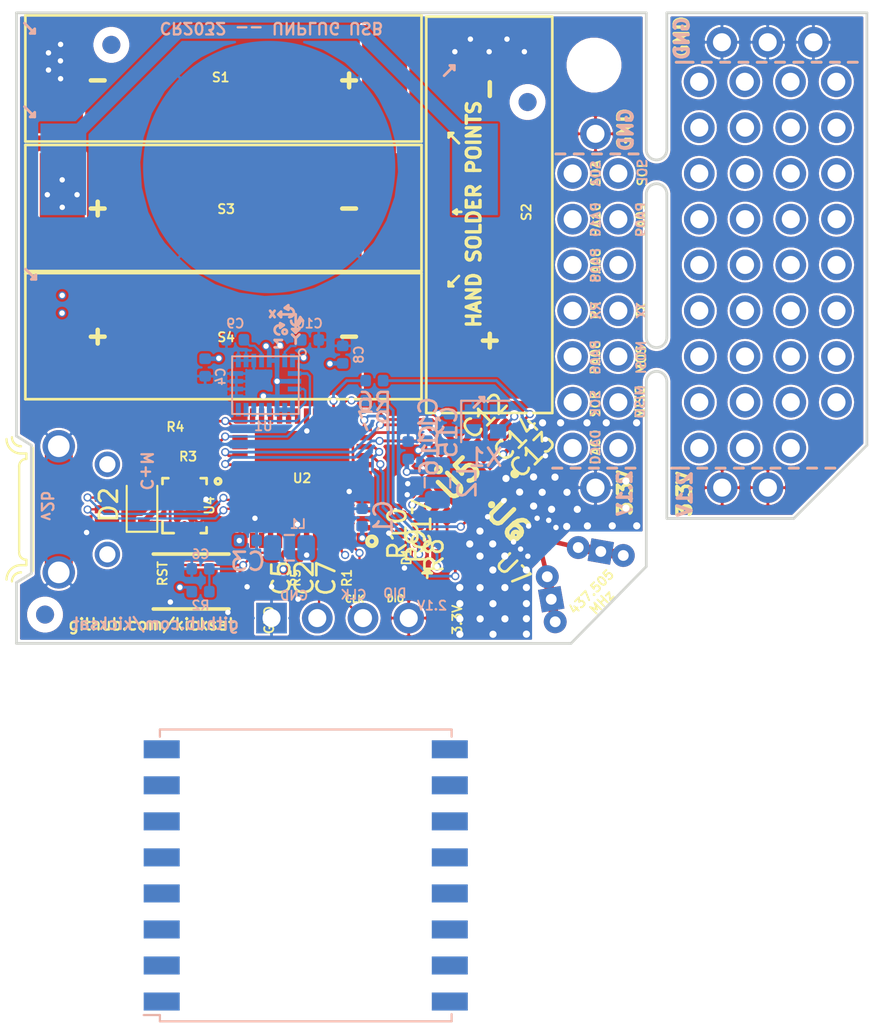
<source format=kicad_pcb>
(kicad_pcb (version 20171130) (host pcbnew "(5.1.0)-1")
  (title_block (title "Project Title"))
  (layers (0 Top signal) (31 Bottom signal) (34 B.Paste user hide) (35 F.Paste user hide) (36 B.SilkS user hide) (37 F.SilkS user hide) (38 B.Mask user hide) (39 F.Mask user hide) (44 Edge.Cuts user))
  (net 0 "")
  (net 1 GND)
  (net 2 "Net-(C6-Pad2)")
  (net 3 /USB+)
  (net 4 /USB-)
  (net 5 VUSB)
  (net 6 /SWDIO)
  (net 7 /SWCLK)
  (net 8 /LED1)
  (net 9 MISO)
  (net 10 SCK)
  (net 11 MOSI)
  (net 12 SDA)
  (net 13 SCL)
  (net 14 "Net-(S1-Pad1)")
  (net 15 "Net-(J4-Pad1)")
  (net 16 "Net-(J5-Pad1)")
  (net 17 "Net-(J20-Pad1)")
  (net 18 "Net-(U4-PadB1)")
  (net 19 "Net-(D1-Pad1)")
  (net 20 PA23)
  (net 21 PA22)
  (net 22 PA21)
  (net 23 PA08)
  (net 24 TX)
  (net 25 RX)
  (net 26 PB02)
  (net 27 PA06)
  (net 28 "Net-(L1-Pad1)")
  (net 29 "Net-(J13-Pad1)")
  (net 30 "Net-(J13-Pad2)")
  (net 31 "Net-(J13-Pad3)")
  (net 32 "Net-(J13-Pad4)")
  (net 33 "Net-(J14-Pad1)")
  (net 34 "Net-(J14-Pad2)")
  (net 35 "Net-(J14-Pad3)")
  (net 36 "Net-(J14-Pad4)")
  (net 37 "Net-(J15-Pad1)")
  (net 38 "Net-(J15-Pad2)")
  (net 39 "Net-(J15-Pad3)")
  (net 40 "Net-(J15-Pad4)")
  (net 41 "Net-(J16-Pad1)")
  (net 42 "Net-(J16-Pad2)")
  (net 43 "Net-(J16-Pad3)")
  (net 44 "Net-(J16-Pad4)")
  (net 45 "Net-(J17-Pad1)")
  (net 46 "Net-(J17-Pad2)")
  (net 47 "Net-(J17-Pad3)")
  (net 48 "Net-(J17-Pad4)")
  (net 49 "Net-(J18-Pad1)")
  (net 50 "Net-(J18-Pad2)")
  (net 51 "Net-(J18-Pad3)")
  (net 52 "Net-(J18-Pad4)")
  (net 53 "Net-(J19-Pad1)")
  (net 54 "Net-(J19-Pad2)")
  (net 55 "Net-(J19-Pad3)")
  (net 56 "Net-(J19-Pad4)")
  (net 57 "Net-(J20-Pad2)")
  (net 58 "Net-(J20-Pad3)")
  (net 59 "Net-(J20-Pad4)")
  (net 60 "Net-(J22-Pad2)")
  (net 61 DAC0)
  (net 62 +3V3)
  (net 63 "Net-(C9-Pad2)")
  (net 64 "Net-(C10-Pad2)")
  (net 65 "Net-(C11-Pad2)")
  (net 66 /V_DCC)
  (net 67 "Net-(C12-Pad2)")
  (net 68 /V_DCC2)
  (net 69 SX_RST)
  (net 70 SX_CS)
  (net 71 "Net-(U2-Pad24)")
  (net 72 "Net-(U2-Pad23)")
  (net 73 "Net-(U2-Pad22)")
  (net 74 "Net-(U2-Pad20)")
  (net 75 SX_DIO3)
  (net 76 SX_DIO2)
  (net 77 SX_DIO1)
  (net 78 SX_BUSY)
  (net 79 "Net-(ANT1-PadIN1)")
  (net 80 "Net-(C12-Pad1)")
  (net 81 "Net-(C14-Pad1)")
  (net 82 "Net-(D2-Pad1)")
  (net 83 "Net-(J2-Pad4)")
  (net 84 "Net-(J3-Pad1)")
  (net 85 "Net-(R6-Pad2)")
  (net 86 "Net-(R7-Pad2)")
  (net 87 "Net-(R8-Pad2)")
  (net 88 "Net-(R9-Pad2)")
  (net 89 "Net-(R10-Pad2)")
  (net 90 "Net-(S2-Pad1)")
  (net 91 "Net-(U1-Pad9)")
  (net 92 "Net-(U1-Pad10)")
  (net 93 "Net-(U1-Pad11)")
  (net 94 "Net-(U1-Pad12)")
  (net 95 "Net-(U1-Pad13)")
  (net 96 "Net-(U2-Pad39)")
  (net 97 "Net-(U2-Pad38)")
  (net 98 "Net-(U2-Pad37)")
  (net 99 "Net-(U2-Pad27)")
  (net 100 "Net-(U2-Pad21)")
  (net 101 "Net-(U2-Pad19)")
  (net 102 "Net-(U2-Pad16)")
  (net 103 "Net-(U2-Pad2)")
  (net 104 "Net-(U2-Pad1)")
  (net 105 "Net-(U5-Pad22)")
  (net 106 "Net-(U5-Pad6)")
  (net 107 "Net-(U5-Pad5)")
  (net 108 "Net-(C2-Pad1)")
  (net 109 "Net-(ANT2-PadIN1)")
  (net 110 "Net-(U6-Pad3)")
  (net 111 "Net-(U8-Pad15)")
  (net 112 "Net-(U8-Pad14)")
  (net 113 "Net-(U8-Pad12)")
  (net 114 "Net-(U8-Pad11)")
  (net 115 "Net-(U8-Pad7)")
  (module RF_Module:HOPERF_RFM9XW_SMD (layer Bottom) (at 97.79 121.92)
    (fp_text reference U8 (at 0 9.2) (layer B.SilkS) (effects (justify mirror)))
    (fp_text value RFM95W-915S2)
    (pad 16 smd rect (at 8 7) (size 2 1) (layers Bottom B.Paste B.Mask) (net 76 SX_DIO2))
    (pad 15 smd rect (at 8 5) (size 2 1) (layers Bottom B.Paste B.Mask) (net 111 "Net-(U8-Pad15)"))
    (pad 14 smd rect (at 8 3) (size 2 1) (layers Bottom B.Paste B.Mask) (net 112 "Net-(U8-Pad14)"))
    (pad 13 smd rect (at 8 1) (size 2 1) (layers Bottom B.Paste B.Mask) (net 62 +3V3))
    (pad 12 smd rect (at 8 -1) (size 2 1) (layers Bottom B.Paste B.Mask) (net 113 "Net-(U8-Pad12)"))
    (pad 11 smd rect (at 8 -3) (size 2 1) (layers Bottom B.Paste B.Mask) (net 114 "Net-(U8-Pad11)"))
    (pad 10 smd rect (at 8 -5) (size 2 1) (layers Bottom B.Paste B.Mask) (net 1 GND))
    (pad 9 smd rect (at 8 -7) (size 2 1) (layers Bottom B.Paste B.Mask) (net 105 "Net-(U5-Pad22)"))
    (pad 8 smd rect (at -8 -7) (size 2 1) (layers Bottom B.Paste B.Mask) (net 1 GND))
    (pad 7 smd rect (at -8 -5) (size 2 1) (layers Bottom B.Paste B.Mask) (net 115 "Net-(U8-Pad7)"))
    (pad 6 smd rect (at -8 -3) (size 2 1) (layers Bottom B.Paste B.Mask) (net 69 SX_RST))
    (pad 5 smd rect (at -8 -1) (size 2 1) (layers Bottom B.Paste B.Mask) (net 70 SX_CS))
    (pad 4 smd rect (at -8 1) (size 2 1) (layers Bottom B.Paste B.Mask) (net 10 SCK))
    (pad 3 smd rect (at -8 3) (size 2 1) (layers Bottom B.Paste B.Mask) (net 11 MOSI))
    (pad 2 smd rect (at -8 5) (size 2 1) (layers Bottom B.Paste B.Mask) (net 9 MISO))
    (pad 1 smd rect (at -8 7) (size 2 1) (layers Bottom B.Paste B.Mask) (net 1 GND))
  )
  (module custom-footprints:PinHeader_CUSTOM2 (layer Top) (at 113.8809 100.396104)
    (fp_text reference J10 hide)
    (fp_text value Conn_01x01)
    (pad 1 thru_hole oval (at 0 0) (size 1.7 1.7) (drill 1) (layers *.Cu *.Mask) (net 1 GND))
  )
  (module QFN50P400X400X80-25N-D (layer Top) (at 106.30916 99.89566 225)
    (fp_text reference U5 (at 0 0 225) (layer F.SilkS) (effects (font (size 1.27 1.27) (thickness 0.254))))
    (fp_text value SX1280IMLTRT hide)
    (pad 1 smd rect (at -1.95 -1.25 315) (size 0.3 0.85) (layers Top F.Paste F.Mask) (net 81 "Net-(C14-Pad1)"))
    (pad 2 smd rect (at -1.95 -0.75 315) (size 0.3 0.85) (layers Top F.Paste F.Mask) (net 66 /V_DCC))
    (pad 3 smd rect (at -1.95 -0.25 315) (size 0.3 0.85) (layers Top F.Paste F.Mask) (net 85 "Net-(R6-Pad2)"))
    (pad 4 smd rect (at -1.95 0.25 315) (size 0.3 0.85) (layers Top F.Paste F.Mask) (net 80 "Net-(C12-Pad1)"))
    (pad 5 smd rect (at -1.95 0.75 315) (size 0.3 0.85) (layers Top F.Paste F.Mask) (net 107 "Net-(U5-Pad5)"))
    (pad 6 smd rect (at -1.95 1.25 315) (size 0.3 0.85) (layers Top F.Paste F.Mask) (net 106 "Net-(U5-Pad6)"))
    (pad 7 smd rect (at -1.25 1.95 225) (size 0.3 0.85) (layers Top F.Paste F.Mask) (net 78 SX_BUSY))
    (pad 8 smd rect (at -0.75 1.95 225) (size 0.3 0.85) (layers Top F.Paste F.Mask) (net 77 SX_DIO1))
    (pad 9 smd rect (at -0.25 1.95 225) (size 0.3 0.85) (layers Top F.Paste F.Mask) (net 76 SX_DIO2))
    (pad 10 smd rect (at 0.25 1.95 225) (size 0.3 0.85) (layers Top F.Paste F.Mask) (net 75 SX_DIO3))
    (pad 11 smd rect (at 0.75 1.95 225) (size 0.3 0.85) (layers Top F.Paste F.Mask) (net 62 +3V3))
    (pad 12 smd rect (at 1.25 1.95 225) (size 0.3 0.85) (layers Top F.Paste F.Mask) (net 66 /V_DCC))
    (pad 13 smd rect (at 1.95 1.25 315) (size 0.3 0.85) (layers Top F.Paste F.Mask) (net 1 GND))
    (pad 14 smd rect (at 1.95 0.75 315) (size 0.3 0.85) (layers Top F.Paste F.Mask) (net 68 /V_DCC2))
    (pad 15 smd rect (at 1.95 0.25 315) (size 0.3 0.85) (layers Top F.Paste F.Mask) (net 62 +3V3))
    (pad 16 smd rect (at 1.95 -0.25 315) (size 0.3 0.85) (layers Top F.Paste F.Mask) (net 89 "Net-(R10-Pad2)"))
    (pad 17 smd rect (at 1.95 -0.75 315) (size 0.3 0.85) (layers Top F.Paste F.Mask) (net 88 "Net-(R9-Pad2)"))
    (pad 18 smd rect (at 1.95 -1.25 315) (size 0.3 0.85) (layers Top F.Paste F.Mask) (net 87 "Net-(R8-Pad2)"))
    (pad 19 smd rect (at 1.25 -1.95 225) (size 0.3 0.85) (layers Top F.Paste F.Mask) (net 86 "Net-(R7-Pad2)"))
    (pad 20 smd rect (at 0.75 -1.95 225) (size 0.3 0.85) (layers Top F.Paste F.Mask) (net 1 GND))
    (pad 21 smd rect (at 0.25 -1.95 225) (size 0.3 0.85) (layers Top F.Paste F.Mask) (net 1 GND))
    (pad 22 smd rect (at -0.25 -1.95 225) (size 0.3 0.85) (layers Top F.Paste F.Mask) (net 105 "Net-(U5-Pad22)"))
    (pad 23 smd rect (at -0.75 -1.95 225) (size 0.3 0.85) (layers Top F.Paste F.Mask) (net 1 GND))
    (pad 24 smd rect (at -1.25 -1.95 225) (size 0.3 0.85) (layers Top F.Paste F.Mask) (net 1 GND))
    (pad 25 smd rect (at 0 0 225) (size 2.65 2.65) (layers Top F.Paste F.Mask) (net 1 GND))
  )
  (module Capacitor_SMD:C_0402_1005Metric (layer Bottom) (at 104.521 97.3074 90)
    (fp_text reference C15 (at 0 1.17 90) (layer B.SilkS) (effects (justify mirror)))
    (fp_text value 0.1uF)
    (pad 2 smd roundrect (at 0.485 0 90) (size 0.59 0.64) (layers Bottom B.Paste B.Mask) (net 1 GND))
    (pad 1 smd roundrect (at -0.485 0 90) (size 0.59 0.64) (layers Bottom B.Paste B.Mask) (net 62 +3V3))
  )
  (module custom-footprints:balun0603 (layer Top) (at 110.871 103.378 315)
    (fp_text reference U7 (at 0 2.25 315) (layer F.SilkS))
    (fp_text value HHM17139B2)
    (pad 5 smd rect (at 0 -0.5 315) (size 0.3 0.5) (layers Top F.Paste F.Mask) (net 1 GND))
    (pad 6 smd rect (at -0.55 -0.5 315) (size 0.3 0.5) (layers Top F.Paste F.Mask) (net 1 GND))
    (pad 4 smd rect (at 0.55 -0.5 315) (size 0.3 0.5) (layers Top F.Paste F.Mask) (net 109 "Net-(ANT2-PadIN1)"))
    (pad 1 smd rect (at -0.55 0.5 315) (size 0.3 0.5) (layers Top F.Paste F.Mask) (net 110 "Net-(U6-Pad3)"))
    (pad 3 smd rect (at 0.55 0.5 315) (size 0.3 0.5) (layers Top F.Paste F.Mask) (net 79 "Net-(ANT1-PadIN1)"))
    (pad 2 smd rect (at 0 0.5 315) (size 0.3 0.5) (layers Top F.Paste F.Mask) (net 1 GND))
  )
  (module Sprite:ANTENNA (layer Top) (at 114.1751 103.9416 170)
    (fp_text reference ANT2 hide)
    (fp_text value ANTENNA hide)
    (pad IN1 thru_hole rect (at 0 0 350) (size 1.27 1.27) (drill 0.6) (layers *.Cu *.Mask) (net 109 "Net-(ANT2-PadIN1)"))
    (pad IN2 thru_hole circle (at 1.27 0 350) (size 1.27 1.27) (drill 0.6) (layers *.Cu *.Mask) (net 109 "Net-(ANT2-PadIN1)"))
    (pad IN3 thru_hole circle (at -1.27 0 170) (size 1.27 1.27) (drill 0.6) (layers *.Cu *.Mask) (net 109 "Net-(ANT2-PadIN1)"))
  )
  (module Capacitor_SMD:C_0402_1005Metric (layer Top) (at 95.25 105.41 270)
    (fp_text reference C5 (at 0 -1.17 270) (layer F.SilkS))
    (fp_text value 1uF)
    (pad 2 smd roundrect (at 0.485 0 270) (size 0.59 0.64) (layers Top F.Paste F.Mask) (net 1 GND))
    (pad 1 smd roundrect (at -0.485 0 270) (size 0.59 0.64) (layers Top F.Paste F.Mask) (net 108 "Net-(C2-Pad1)"))
  )
  (module Capacitor_SMD:C_0402_1005Metric (layer Bottom) (at 94.5769 103.32974)
    (fp_text reference C3 (at 0 1.17) (layer B.SilkS) (effects (justify mirror)))
    (fp_text value 1uF)
    (pad 2 smd roundrect (at 0.485 0) (size 0.59 0.64) (layers Bottom B.Paste B.Mask) (net 1 GND))
    (pad 1 smd roundrect (at -0.485 0) (size 0.59 0.64) (layers Bottom B.Paste B.Mask) (net 62 +3V3))
  )
  (module Capacitor_SMD:C_0402_1005Metric (layer Top) (at 96.54032 105.41 270)
    (fp_text reference C2 (at 0 -1.17 270) (layer F.SilkS))
    (fp_text value 10uF)
    (pad 2 smd roundrect (at 0.485 0 270) (size 0.59 0.64) (layers Top F.Paste F.Mask) (net 1 GND))
    (pad 1 smd roundrect (at -0.485 0 270) (size 0.59 0.64) (layers Top F.Paste F.Mask) (net 108 "Net-(C2-Pad1)"))
  )
  (module Diode_SMD:D_SOD-323 (layer Top) (at 88.6968 101.346 90)
    (fp_text reference D2 (at 0 -1.85 90) (layer F.SilkS))
    (fp_text value RB550V)
    (pad 1 smd rect (at -1.05 0 90) (size 0.6 0.45) (layers Top F.Paste F.Mask) (net 82 "Net-(D2-Pad1)"))
    (pad 2 smd rect (at 1.05 0 90) (size 0.6 0.45) (layers Top F.Paste F.Mask) (net 5 VUSB))
  )
  (module Capacitor_SMD:C_0402_1005Metric (layer Top) (at 97.7519 105.42778 270)
    (fp_text reference C7 (at 0 -1.17 270) (layer F.SilkS))
    (fp_text value 10uF)
    (pad 2 smd roundrect (at 0.485 0 270) (size 0.59 0.64) (layers Top F.Paste F.Mask) (net 1 GND))
    (pad 1 smd roundrect (at -0.485 0 270) (size 0.59 0.64) (layers Top F.Paste F.Mask) (net 62 +3V3))
  )
  (module Capacitor_SMD:C_0402_1005Metric (layer Bottom) (at 100.92436 102.05466 90)
    (fp_text reference C1 (at 0 1.17 90) (layer B.SilkS) (effects (justify mirror)))
    (fp_text value 0.1uF)
    (pad 2 smd roundrect (at 0.485 0 90) (size 0.59 0.64) (layers Bottom B.Paste B.Mask) (net 1 GND))
    (pad 1 smd roundrect (at -0.485 0 90) (size 0.59 0.64) (layers Bottom B.Paste B.Mask) (net 62 +3V3))
  )
  (module Crystal:Crystal_SMD_2016-4Pin_2.0x1.6mm (layer Bottom) (at 107.7722 96.7232)
    (fp_text reference X1 (at 0 2.000001) (layer B.SilkS) (effects (justify mirror)))
    (fp_text value "52.000 MHz")
    (pad 4 smd rect (at -0.7 0.55) (size 0.9 0.8) (layers Bottom B.Paste B.Mask) (net 65 "Net-(C11-Pad2)"))
    (pad 3 smd rect (at 0.7 0.55) (size 0.9 0.8) (layers Bottom B.Paste B.Mask) (net 67 "Net-(C12-Pad2)"))
    (pad 2 smd rect (at 0.7 -0.55) (size 0.9 0.8) (layers Bottom B.Paste B.Mask) (net 1 GND))
    (pad 1 smd rect (at -0.7 -0.55) (size 0.9 0.8) (layers Bottom B.Paste B.Mask) (net 1 GND))
  )
  (module Sprite:ANTENNA (layer Top) (at 111.4235 106.5916 100)
    (fp_text reference ANT1 hide)
    (fp_text value ANTENNA hide)
    (pad IN1 thru_hole rect (at 0 0 280) (size 1.27 1.27) (drill 0.6) (layers *.Cu *.Mask) (net 79 "Net-(ANT1-PadIN1)"))
    (pad IN2 thru_hole circle (at 1.27 0 280) (size 1.27 1.27) (drill 0.6) (layers *.Cu *.Mask) (net 79 "Net-(ANT1-PadIN1)"))
    (pad IN3 thru_hole circle (at -1.27 0 100) (size 1.27 1.27) (drill 0.6) (layers *.Cu *.Mask) (net 79 "Net-(ANT1-PadIN1)"))
  )
  (module Resistor_SMD:R_0402_1005Metric (layer Top) (at 104.0384 102.9462 90)
    (fp_text reference R10 (at 0 -1.17 90) (layer F.SilkS))
    (fp_text value 1k)
    (pad 2 smd roundrect (at 0.485 0 90) (size 0.59 0.64) (layers Top F.Paste F.Mask) (net 89 "Net-(R10-Pad2)"))
    (pad 1 smd roundrect (at -0.485 0 90) (size 0.59 0.64) (layers Top F.Paste F.Mask) (net 9 MISO))
  )
  (module Resistor_SMD:R_0402_1005Metric (layer Top) (at 105.0798 103.632 90)
    (fp_text reference R9 (at 0 -1.17 90) (layer F.SilkS))
    (fp_text value 1k)
    (pad 2 smd roundrect (at 0.485 0 90) (size 0.59 0.64) (layers Top F.Paste F.Mask) (net 88 "Net-(R9-Pad2)"))
    (pad 1 smd roundrect (at -0.485 0 90) (size 0.59 0.64) (layers Top F.Paste F.Mask) (net 11 MOSI))
  )
  (module Resistor_SMD:R_0402_1005Metric (layer Top) (at 106.0958 104.1654 90)
    (fp_text reference R8 (at 0 -1.17 90) (layer F.SilkS))
    (fp_text value 1k)
    (pad 2 smd roundrect (at 0.485 0 90) (size 0.59 0.64) (layers Top F.Paste F.Mask) (net 87 "Net-(R8-Pad2)"))
    (pad 1 smd roundrect (at -0.485 0 90) (size 0.59 0.64) (layers Top F.Paste F.Mask) (net 10 SCK))
  )
  (module Resistor_SMD:R_0402_1005Metric (layer Bottom) (at 101.6 95.5548)
    (fp_text reference R7 (at 0 1.17) (layer B.SilkS) (effects (justify mirror)))
    (fp_text value 1k)
    (pad 1 smd roundrect (at -0.485 0) (size 0.59 0.64) (layers Bottom B.Paste B.Mask) (net 70 SX_CS))
    (pad 2 smd roundrect (at 0.485 0) (size 0.59 0.64) (layers Bottom B.Paste B.Mask) (net 86 "Net-(R7-Pad2)"))
  )
  (module Resistor_SMD:R_0402_1005Metric (layer Bottom) (at 101.60254 94.46006)
    (fp_text reference R6 (at 0 1.17) (layer B.SilkS) (effects (justify mirror)))
    (fp_text value 1k)
    (pad 1 smd roundrect (at -0.485 0) (size 0.59 0.64) (layers Bottom B.Paste B.Mask) (net 69 SX_RST))
    (pad 2 smd roundrect (at 0.485 0) (size 0.59 0.64) (layers Bottom B.Paste B.Mask) (net 85 "Net-(R6-Pad2)"))
  )
  (module Inductor_SMD:L_0805_2012Metric (layer Bottom) (at 105.1052 100.1268 90)
    (fp_text reference L2 (at 0 1.65 90) (layer B.SilkS) (effects (justify mirror)))
    (fp_text value 15uH)
    (pad 2 smd roundrect (at 0.9375 0 90) (size 0.975 1.4) (layers Bottom B.Paste B.Mask) (net 66 /V_DCC))
    (pad 1 smd roundrect (at -0.9375 0 90) (size 0.975 1.4) (layers Bottom B.Paste B.Mask) (net 68 /V_DCC2))
  )
  (module Capacitor_SMD:C_0402_1005Metric (layer Top) (at 103.0732 102.4382 270)
    (fp_text reference C17 (at 0 -1.17 270) (layer F.SilkS))
    (fp_text value 0.1uF)
    (pad 1 smd roundrect (at -0.485 0 270) (size 0.59 0.64) (layers Top F.Paste F.Mask) (net 62 +3V3))
    (pad 2 smd roundrect (at 0.485 0 270) (size 0.59 0.64) (layers Top F.Paste F.Mask) (net 1 GND))
  )
  (module Capacitor_SMD:C_0402_1005Metric (layer Bottom) (at 103.4796 98.3234 90)
    (fp_text reference C16 (at 0 1.17 90) (layer B.SilkS) (effects (justify mirror)))
    (fp_text value 470nF)
    (pad 1 smd roundrect (at -0.485 0 90) (size 0.59 0.64) (layers Bottom B.Paste B.Mask) (net 66 /V_DCC))
    (pad 2 smd roundrect (at 0.485 0 90) (size 0.59 0.64) (layers Bottom B.Paste B.Mask) (net 1 GND))
  )
  (module Capacitor_SMD:C_0402_1005Metric (layer Top) (at 110.3122 98.5012 45)
    (fp_text reference C14 (at 0 -1.17 45) (layer F.SilkS))
    (fp_text value 10nF)
    (pad 1 smd roundrect (at -0.485 0 45) (size 0.59 0.64) (layers Top F.Paste F.Mask) (net 81 "Net-(C14-Pad1)"))
    (pad 2 smd roundrect (at 0.485 0 45) (size 0.59 0.64) (layers Top F.Paste F.Mask) (net 1 GND))
  )
  (module Capacitor_SMD:C_0402_1005Metric (layer Top) (at 109.5502 97.7646 225)
    (fp_text reference C13 (at 0 -1.17 225) (layer F.SilkS))
    (fp_text value 10nF)
    (pad 1 smd roundrect (at -0.485 0 225) (size 0.59 0.64) (layers Top F.Paste F.Mask) (net 1 GND))
    (pad 2 smd roundrect (at 0.485 0 225) (size 0.59 0.64) (layers Top F.Paste F.Mask) (net 66 /V_DCC))
  )
  (module Capacitor_SMD:C_0402_1005Metric (layer Top) (at 108.5596 97.2566 45)
    (fp_text reference C12 (at 0 -1.17 45) (layer F.SilkS))
    (fp_text value 1nF)
    (pad 2 smd roundrect (at 0.485 0 45) (size 0.59 0.64) (layers Top F.Paste F.Mask) (net 67 "Net-(C12-Pad2)"))
    (pad 1 smd roundrect (at -0.485 0 45) (size 0.59 0.64) (layers Top F.Paste F.Mask) (net 80 "Net-(C12-Pad1)"))
  )
  (module Capacitor_SMD:C_0402_1005Metric (layer Bottom) (at 105.7656 96.7994 270)
    (fp_text reference C11 (at 0 1.17 270) (layer B.SilkS) (effects (justify mirror)))
    (fp_text value 100nF)
    (pad 2 smd roundrect (at 0.485 0 270) (size 0.59 0.64) (layers Bottom B.Paste B.Mask) (net 65 "Net-(C11-Pad2)"))
    (pad 1 smd roundrect (at -0.485 0 270) (size 0.59 0.64) (layers Bottom B.Paste B.Mask) (net 62 +3V3))
  )
  (module custom-footprints:BAT-HLD-001 (layer Bottom) (at 95.758 82.6008)
    (fp_text reference U3 hide)
    (fp_text value BAT-HLD-001 hide)
    (pad 1 smd rect (at -11.43 0.127) (size 2.54 5.08) (layers Bottom B.Paste B.Mask) (net 82 "Net-(D2-Pad1)"))
    (pad 3 smd rect (at 11.43 0.127) (size 2.54 5.08) (layers Bottom B.Paste B.Mask) (net 82 "Net-(D2-Pad1)"))
    (pad 2 smd circle (at 0 0) (size 14 14) (layers Bottom B.Paste B.Mask) (net 1 GND))
  )
  (module Fiducial:Fiducial_1mm_Dia_2mm_Outer (layer Top) (at 110.109 78.994)
    (fp_text reference REF** hide)
    (fp_text value Fiducial_1mm_Dia_2mm_Outer)
    (pad "" smd circle (at 0 0) (size 1 1) (layers Top F.Mask) (clearance 0.5))
  )
  (module Fiducial:Fiducial_1mm_Dia_2mm_Outer (layer Bottom) (at 110.109 78.994)
    (fp_text reference REF** hide)
    (fp_text value Fiducial_1mm_Dia_2mm_Outer)
    (pad "" smd circle (at 0 0) (size 1 1) (layers Bottom B.Mask) (clearance 0.5))
  )
  (module Fiducial:Fiducial_1mm_Dia_2mm_Outer (layer Top) (at 86.995 75.819)
    (fp_text reference REF** hide)
    (fp_text value Fiducial_1mm_Dia_2mm_Outer)
    (pad "" smd circle (at 0 0) (size 1 1) (layers Top F.Mask) (clearance 0.5))
  )
  (module Fiducial:Fiducial_1mm_Dia_2mm_Outer (layer Bottom) (at 86.995 75.819)
    (fp_text reference REF** hide)
    (fp_text value Fiducial_1mm_Dia_2mm_Outer)
    (pad "" smd circle (at 0 0) (size 1 1) (layers Bottom B.Mask) (clearance 0.5))
  )
  (module Fiducial:Fiducial_1mm_Dia_2mm_Outer (layer Bottom) (at 83.312 107.442)
    (fp_text reference REF** hide)
    (fp_text value Fiducial_1mm_Dia_2mm_Outer)
    (pad "" smd circle (at 0 0) (size 1 1) (layers Bottom B.Mask) (clearance 0.5))
  )
  (module "" (layer Top) (at 113.79962 76.94228)
    (fp_text reference @HOLE0 hide)
    (fp_text value "" (at 0 0) (layer F.SilkS) (effects (font (size 1.27 1.27))))
    (pad "" np_thru_hole circle (at 0 0) (size 2.8 2.8) (drill 2.8) (layers *.Cu *.Mask))
  )
  (module Fiducial:Fiducial_1mm_Dia_2mm_Outer (layer Top) (at 83.312 107.442)
    (fp_text reference REF** hide)
    (fp_text value Fiducial_1mm_Dia_2mm_Outer)
    (pad "" smd circle (at 0 0) (size 1 1) (layers Top F.Mask) (clearance 0.5))
  )
  (module custom-footprints:PinHeader_CUSTOM3 (layer Top) (at 112.6109 90.5764 90)
    (fp_text reference J25 hide)
    (fp_text value Conn_01x02)
    (pad 2 thru_hole oval (at 0 2.54 90) (size 1.7 1.7) (drill 1) (layers *.Cu *.Mask) (net 24 TX))
    (pad 1 thru_hole oval (at 0 0 90) (size 1.7 1.7) (drill 1) (layers *.Cu *.Mask) (net 25 RX))
  )
  (module custom-footprints:PinHeader_CUSTOM3 (layer Top) (at 112.6109 98.1964 90)
    (fp_text reference J27 hide)
    (fp_text value Conn_01x02)
    (pad 1 thru_hole oval (at 0 0 90) (size 1.7 1.7) (drill 1) (layers *.Cu *.Mask) (net 1 GND))
    (pad 2 thru_hole oval (at 0 2.54 90) (size 1.7 1.7) (drill 1) (layers *.Cu *.Mask) (net 1 GND))
  )
  (module custom-footprints:PinHeader_CUSTOM3 (layer Top) (at 112.6109 82.9564 90)
    (fp_text reference J26 hide)
    (fp_text value Conn_01x02)
    (pad 2 thru_hole oval (at 0 2.54 90) (size 1.7 1.7) (drill 1) (layers *.Cu *.Mask) (net 62 +3V3))
    (pad 1 thru_hole oval (at 0 0 90) (size 1.7 1.7) (drill 1) (layers *.Cu *.Mask) (net 62 +3V3))
  )
  (module custom-footprints:PinHeader_CUSTOM3 (layer Top) (at 112.6109 93.1164 90)
    (fp_text reference J24 hide)
    (fp_text value Conn_01x02)
    (pad 2 thru_hole oval (at 0 2.54 90) (size 1.7 1.7) (drill 1) (layers *.Cu *.Mask) (net 11 MOSI))
    (pad 1 thru_hole oval (at 0 0 90) (size 1.7 1.7) (drill 1) (layers *.Cu *.Mask) (net 27 PA06))
  )
  (module custom-footprints:PinHeader_CUSTOM3 (layer Top) (at 112.6109 85.4964 90)
    (fp_text reference J23 hide)
    (fp_text value Conn_01x02)
    (pad 2 thru_hole oval (at 0 2.54 90) (size 1.7 1.7) (drill 1) (layers *.Cu *.Mask) (net 13 SCL))
    (pad 1 thru_hole oval (at 0 0 90) (size 1.7 1.7) (drill 1) (layers *.Cu *.Mask) (net 12 SDA))
  )
  (module custom-footprints:PinHeader_CUSTOM3 (layer Top) (at 112.6109 88.0364 90)
    (fp_text reference J22 hide)
    (fp_text value Conn_01x02)
    (pad 1 thru_hole oval (at 0 0 90) (size 1.7 1.7) (drill 1) (layers *.Cu *.Mask) (net 23 PA08))
    (pad 2 thru_hole oval (at 0 2.54 90) (size 1.7 1.7) (drill 1) (layers *.Cu *.Mask) (net 60 "Net-(J22-Pad2)"))
  )
  (module custom-footprints:PinHeader_CUSTOM3 (layer Top) (at 112.6109 95.6564 90)
    (fp_text reference J21 hide)
    (fp_text value Conn_01x02)
    (pad 2 thru_hole oval (at 0 2.54 90) (size 1.7 1.7) (drill 1) (layers *.Cu *.Mask) (net 9 MISO))
    (pad 1 thru_hole oval (at 0 0 90) (size 1.7 1.7) (drill 1) (layers *.Cu *.Mask) (net 10 SCK))
  )
  (module custom-footprints:PinHeader_CUSTOM (layer Top) (at 119.6467 80.4164 90)
    (fp_text reference J20 hide)
    (fp_text value Conn_01x04)
    (pad 4 thru_hole oval (at 0 7.62 90) (size 1.7 1.7) (drill 1) (layers *.Cu *.Mask) (net 59 "Net-(J20-Pad4)"))
    (pad 3 thru_hole oval (at 0 5.08 90) (size 1.7 1.7) (drill 1) (layers *.Cu *.Mask) (net 58 "Net-(J20-Pad3)"))
    (pad 2 thru_hole oval (at 0 2.54 90) (size 1.7 1.7) (drill 1) (layers *.Cu *.Mask) (net 57 "Net-(J20-Pad2)"))
    (pad 1 thru_hole oval (at 0 0 90) (size 1.7 1.7) (drill 1) (layers *.Cu *.Mask) (net 17 "Net-(J20-Pad1)"))
  )
  (module custom-footprints:PinHeader_CUSTOM (layer Top) (at 119.634 77.86878 90)
    (fp_text reference J19 hide)
    (fp_text value Conn_01x04)
    (pad 4 thru_hole oval (at 0 7.62 90) (size 1.7 1.7) (drill 1) (layers *.Cu *.Mask) (net 56 "Net-(J19-Pad4)"))
    (pad 3 thru_hole oval (at 0 5.08 90) (size 1.7 1.7) (drill 1) (layers *.Cu *.Mask) (net 55 "Net-(J19-Pad3)"))
    (pad 2 thru_hole oval (at 0 2.54 90) (size 1.7 1.7) (drill 1) (layers *.Cu *.Mask) (net 54 "Net-(J19-Pad2)"))
    (pad 1 thru_hole oval (at 0 0 90) (size 1.7 1.7) (drill 1) (layers *.Cu *.Mask) (net 53 "Net-(J19-Pad1)"))
  )
  (module custom-footprints:PinHeader_CUSTOM (layer Top) (at 119.6467 82.9564 90)
    (fp_text reference J18 hide)
    (fp_text value Conn_01x04)
    (pad 4 thru_hole oval (at 0 7.62 90) (size 1.7 1.7) (drill 1) (layers *.Cu *.Mask) (net 52 "Net-(J18-Pad4)"))
    (pad 3 thru_hole oval (at 0 5.08 90) (size 1.7 1.7) (drill 1) (layers *.Cu *.Mask) (net 51 "Net-(J18-Pad3)"))
    (pad 2 thru_hole oval (at 0 2.54 90) (size 1.7 1.7) (drill 1) (layers *.Cu *.Mask) (net 50 "Net-(J18-Pad2)"))
    (pad 1 thru_hole oval (at 0 0 90) (size 1.7 1.7) (drill 1) (layers *.Cu *.Mask) (net 49 "Net-(J18-Pad1)"))
  )
  (module custom-footprints:PinHeader_CUSTOM (layer Top) (at 119.6467 85.4964 90)
    (fp_text reference J17 hide)
    (fp_text value Conn_01x04)
    (pad 4 thru_hole oval (at 0 7.62 90) (size 1.7 1.7) (drill 1) (layers *.Cu *.Mask) (net 48 "Net-(J17-Pad4)"))
    (pad 3 thru_hole oval (at 0 5.08 90) (size 1.7 1.7) (drill 1) (layers *.Cu *.Mask) (net 47 "Net-(J17-Pad3)"))
    (pad 2 thru_hole oval (at 0 2.54 90) (size 1.7 1.7) (drill 1) (layers *.Cu *.Mask) (net 46 "Net-(J17-Pad2)"))
    (pad 1 thru_hole oval (at 0 0 90) (size 1.7 1.7) (drill 1) (layers *.Cu *.Mask) (net 45 "Net-(J17-Pad1)"))
  )
  (module custom-footprints:PinHeader_CUSTOM (layer Top) (at 119.6467 88.0364 90)
    (fp_text reference J16 hide)
    (fp_text value Conn_01x04)
    (pad 4 thru_hole oval (at 0 7.62 90) (size 1.7 1.7) (drill 1) (layers *.Cu *.Mask) (net 44 "Net-(J16-Pad4)"))
    (pad 3 thru_hole oval (at 0 5.08 90) (size 1.7 1.7) (drill 1) (layers *.Cu *.Mask) (net 43 "Net-(J16-Pad3)"))
    (pad 2 thru_hole oval (at 0 2.54 90) (size 1.7 1.7) (drill 1) (layers *.Cu *.Mask) (net 42 "Net-(J16-Pad2)"))
    (pad 1 thru_hole oval (at 0 0 90) (size 1.7 1.7) (drill 1) (layers *.Cu *.Mask) (net 41 "Net-(J16-Pad1)"))
  )
  (module custom-footprints:PinHeader_CUSTOM (layer Top) (at 119.6467 95.6564 90)
    (fp_text reference J15 hide)
    (fp_text value Conn_01x04)
    (pad 4 thru_hole oval (at 0 7.62 90) (size 1.7 1.7) (drill 1) (layers *.Cu *.Mask) (net 40 "Net-(J15-Pad4)"))
    (pad 3 thru_hole oval (at 0 5.08 90) (size 1.7 1.7) (drill 1) (layers *.Cu *.Mask) (net 39 "Net-(J15-Pad3)"))
    (pad 2 thru_hole oval (at 0 2.54 90) (size 1.7 1.7) (drill 1) (layers *.Cu *.Mask) (net 38 "Net-(J15-Pad2)"))
    (pad 1 thru_hole oval (at 0 0 90) (size 1.7 1.7) (drill 1) (layers *.Cu *.Mask) (net 37 "Net-(J15-Pad1)"))
  )
  (module custom-footprints:PinHeader_CUSTOM (layer Top) (at 119.6467 90.5764 90)
    (fp_text reference J14 hide)
    (fp_text value Conn_01x04)
    (pad 4 thru_hole oval (at 0 7.62 90) (size 1.7 1.7) (drill 1) (layers *.Cu *.Mask) (net 36 "Net-(J14-Pad4)"))
    (pad 3 thru_hole oval (at 0 5.08 90) (size 1.7 1.7) (drill 1) (layers *.Cu *.Mask) (net 35 "Net-(J14-Pad3)"))
    (pad 2 thru_hole oval (at 0 2.54 90) (size 1.7 1.7) (drill 1) (layers *.Cu *.Mask) (net 34 "Net-(J14-Pad2)"))
    (pad 1 thru_hole oval (at 0 0 90) (size 1.7 1.7) (drill 1) (layers *.Cu *.Mask) (net 33 "Net-(J14-Pad1)"))
  )
  (module custom-footprints:PinHeader_CUSTOM (layer Top) (at 119.6467 93.1164 90)
    (fp_text reference J13 hide)
    (fp_text value Conn_01x04)
    (pad 4 thru_hole oval (at 0 7.62 90) (size 1.7 1.7) (drill 1) (layers *.Cu *.Mask) (net 32 "Net-(J13-Pad4)"))
    (pad 3 thru_hole oval (at 0 5.08 90) (size 1.7 1.7) (drill 1) (layers *.Cu *.Mask) (net 31 "Net-(J13-Pad3)"))
    (pad 2 thru_hole oval (at 0 2.54 90) (size 1.7 1.7) (drill 1) (layers *.Cu *.Mask) (net 30 "Net-(J13-Pad2)"))
    (pad 1 thru_hole oval (at 0 0 90) (size 1.7 1.7) (drill 1) (layers *.Cu *.Mask) (net 29 "Net-(J13-Pad1)"))
  )
  (module custom-footprints:PinHeader_CUSTOM2 (layer Top) (at 125.984 75.674156)
    (fp_text reference J12 hide)
    (fp_text value Conn_01x01)
    (pad 1 thru_hole oval (at 0 0) (size 1.7 1.7) (drill 1) (layers *.Cu *.Mask) (net 62 +3V3))
  )
  (module custom-footprints:PinHeader_CUSTOM2 (layer Top) (at 123.4567 100.396104)
    (fp_text reference J11 hide)
    (fp_text value Conn_01x01)
    (pad 1 thru_hole oval (at 0 0) (size 1.7 1.7) (drill 1) (layers *.Cu *.Mask) (net 1 GND))
  )
  (module custom-footprints:PinHeader_CUSTOM2 (layer Top) (at 120.9167 100.396104)
    (fp_text reference J9 hide)
    (fp_text value Conn_01x01)
    (pad 1 thru_hole oval (at 0 0) (size 1.7 1.7) (drill 1) (layers *.Cu *.Mask) (net 1 GND))
  )
  (module custom-footprints:PinHeader_CUSTOM2 (layer Top) (at 120.904 75.674156)
    (fp_text reference J8 hide)
    (fp_text value Conn_01x01)
    (pad 1 thru_hole oval (at 0 0) (size 1.7 1.7) (drill 1) (layers *.Cu *.Mask) (net 62 +3V3))
  )
  (module custom-footprints:PinHeader_CUSTOM2 (layer Top) (at 123.444 75.674156)
    (fp_text reference J7 hide)
    (fp_text value Conn_01x01)
    (pad 1 thru_hole oval (at 0 0) (size 1.7 1.7) (drill 1) (layers *.Cu *.Mask) (net 62 +3V3))
  )
  (module custom-footprints:PinHeader_CUSTOM2 (layer Top) (at 113.8809 80.756696)
    (fp_text reference J6 hide)
    (fp_text value Conn_01x01)
    (pad 1 thru_hole oval (at 0 0) (size 1.7 1.7) (drill 1) (layers *.Cu *.Mask) (net 62 +3V3))
  )
  (module custom-footprints:PinHeader_CUSTOM2 (layer Top) (at 124.7267 98.1964)
    (fp_text reference J5 hide)
    (fp_text value Conn_01x01)
    (pad 1 thru_hole oval (at 0 0) (size 1.7 1.7) (drill 1) (layers *.Cu *.Mask) (net 16 "Net-(J5-Pad1)"))
  )
  (module custom-footprints:PinHeader_CUSTOM2 (layer Top) (at 122.1867 98.1964)
    (fp_text reference J4 hide)
    (fp_text value Conn_01x01)
    (pad 1 thru_hole oval (at 0 0) (size 1.7 1.7) (drill 1) (layers *.Cu *.Mask) (net 15 "Net-(J4-Pad1)"))
  )
  (module custom-footprints:PinHeader_CUSTOM2 (layer Top) (at 119.6467 98.1964)
    (fp_text reference J3 hide)
    (fp_text value Conn_01x01)
    (pad 1 thru_hole oval (at 0 0) (size 1.7 1.7) (drill 1) (layers *.Cu *.Mask) (net 84 "Net-(J3-Pad1)"))
  )
  (module custom-footprints:10118194-0001LF (layer Top) (at 84.074 101.6 270)
    (fp_text reference J2 hide)
    (fp_text value 10118194-0001LF hide)
    (pad 1 smd rect (at -1.3 -2.675 90) (size 0.45 1.35) (layers Top F.Paste F.Mask) (net 5 VUSB))
    (pad 2 smd rect (at -0.65 -2.675 90) (size 0.45 1.35) (layers Top F.Paste F.Mask) (net 4 /USB-))
    (pad 3 smd rect (at 0 -2.675 90) (size 0.45 1.35) (layers Top F.Paste F.Mask) (net 3 /USB+))
    (pad 4 smd rect (at 0.65 -2.675 90) (size 0.45 1.35) (layers Top F.Paste F.Mask) (net 83 "Net-(J2-Pad4)"))
    (pad 5 smd rect (at 1.3 -2.675 90) (size 0.45 1.35) (layers Top F.Paste F.Mask) (net 1 GND))
    (pad 6 thru_hole circle (at -2.5 -2.7 270) (size 1.408 1.408) (drill 0.9) (layers *.Cu *.Mask))
    (pad 7 thru_hole circle (at 2.5 -2.7 270) (size 1.408 1.408) (drill 0.9) (layers *.Cu *.Mask))
    (pad 8 thru_hole circle (at -3.5 0 270) (size 1.8 1.8) (drill 1.2) (layers *.Cu *.Mask) (net 1 GND))
    (pad 9 thru_hole circle (at 3.5 0 270) (size 1.8 1.8) (drill 1.2) (layers *.Cu *.Mask) (net 1 GND))
    (pad 10 smd rect (at -1 0 270) (size 1.5 1.55) (layers Top F.Paste F.Mask))
    (pad 11 smd rect (at 1 0 270) (size 1.5 1.55) (layers Top F.Paste F.Mask))
    (pad 12 smd rect (at -3.05 0 270) (size 1.5 1.55) (layers Top F.Paste F.Mask))
    (pad 13 smd rect (at 3.05 0 270) (size 1.5 1.55) (layers Top F.Paste F.Mask))
  )
  (module Inductor_SMD:L_0805_2012Metric (layer Bottom) (at 96.8756 103.7336 180)
    (fp_text reference L1 (at -0.4803 1.3208 180) (layer B.SilkS) (effects (font (size 0.508 0.508) (thickness 0.1016)) (justify mirror)))
    (fp_text value 10uH)
    (pad 2 smd roundrect (at 0.9375 0 180) (size 0.975 1.4) (layers Bottom B.Paste B.Mask) (net 108 "Net-(C2-Pad1)"))
    (pad 1 smd roundrect (at -0.9375 0 180) (size 0.975 1.4) (layers Bottom B.Paste B.Mask) (net 28 "Net-(L1-Pad1)"))
  )
  (module LED_SMD:LED_0603_1608Metric (layer Top) (at 102.37978 105.08742 90)
    (fp_text reference D1 (at 0.86868 1.00838 270) (layer F.SilkS) (effects (font (size 0.508 0.508) (thickness 0.1016))))
    (fp_text value GREEN)
    (pad 1 smd roundrect (at -0.7875 0 90) (size 0.875 0.95) (layers Top F.Paste F.Mask) (net 19 "Net-(D1-Pad1)"))
    (pad 2 smd roundrect (at 0.7875 0 90) (size 0.875 0.95) (layers Top F.Paste F.Mask) (net 1 GND))
  )
  (module custom-footprints:KXOB22-12X1F (layer Top) (at 93.218 91.948)
    (fp_text reference S4 (at 0.15 0.1) (layer F.SilkS) (effects (font (size 0.508 0.508) (thickness 0.1016))))
    (fp_text value KXOB22-04X3F)
    (fp_text user - (at 6.98 0) (layer F.SilkS) (effects (font (thickness 0.25))))
    (fp_text user + (at -6.98 0) (layer F.SilkS) (effects (font (thickness 0.25))))
    (pad 1 smd rect (at -8.95 0 90) (size 6 2.5) (layers Top F.Paste F.Mask) (net 82 "Net-(D2-Pad1)"))
    (pad 2 smd rect (at 9.05 0 90) (size 6 2.5) (layers Top F.Paste F.Mask) (net 90 "Net-(S2-Pad1)"))
  )
  (module custom-footprints:TPS82740ASIPR (layer Top) (at 91.059 101.3968 90)
    (fp_text reference U4 (at 0.00762 1.38176 90) (layer F.SilkS) (effects (font (size 0.508 0.508) (thickness 0.1016))))
    (fp_text value TPS82740BSIPR hide)
    (pad A1 smd circle (at -0.999998 -0.800001 90) (size 0.299999 0.299999) (layers Top) (net 82 "Net-(D2-Pad1)"))
    (pad A2 smd circle (at 0 -0.800001 90) (size 0.299999 0.299999) (layers Top) (net 82 "Net-(D2-Pad1)"))
    (pad A3 smd circle (at 1.000001 -0.800001 90) (size 0.299999 0.299999) (layers Top) (net 82 "Net-(D2-Pad1)"))
    (pad B1 smd circle (at -0.999998 -0.000003 90) (size 0.299999 0.299999) (layers Top) (net 18 "Net-(U4-PadB1)"))
    (pad B2 smd circle (at 0 0 90) (size 0.299999 0.299999) (layers Top) (net 1 GND))
    (pad B3 smd circle (at 1.000001 -0.000003 90) (size 0.299999 0.299999) (layers Top) (net 82 "Net-(D2-Pad1)"))
    (pad C1 smd circle (at -0.999998 0.799998 90) (size 0.299999 0.299999) (layers Top) (net 62 +3V3))
    (pad C2 smd circle (at 0 0.799998 90) (size 0.299999 0.299999) (layers Top) (net 1 GND))
    (pad C3 smd circle (at 1.000001 0.799998 90) (size 0.299999 0.299999) (layers Top) (net 82 "Net-(D2-Pad1)"))
  )
  (module Resistor_SMD:R_0402_1005Metric (layer Top) (at 91.96324 96.70796)
    (fp_text reference R4 (at -1.41478 0.32004) (layer F.SilkS) (effects (font (size 0.508 0.508) (thickness 0.1016))))
    (fp_text value 10K)
    (pad 2 smd roundrect (at 0.485 0) (size 0.59 0.64) (layers Top F.Paste F.Mask) (net 12 SDA))
    (pad 1 smd roundrect (at -0.485 0) (size 0.59 0.64) (layers Top F.Paste F.Mask) (net 62 +3V3))
  )
  (module custom-footprints:KXOB22-12X1F (layer Top) (at 107.94238 85.2551 90)
    (fp_text reference S2 (at 0.15 2.10312 90) (layer F.SilkS) (effects (font (size 0.508 0.508) (thickness 0.1016))))
    (fp_text value KXOB22-04X3F)
    (fp_text user - (at 6.98 0 90) (layer F.SilkS) (effects (font (thickness 0.25))))
    (fp_text user + (at -6.98 0 90) (layer F.SilkS) (effects (font (thickness 0.25))))
    (pad 1 smd rect (at -8.95 0 180) (size 6 2.5) (layers Top F.Paste F.Mask) (net 90 "Net-(S2-Pad1)"))
    (pad 2 smd rect (at 9.05 0 180) (size 6 2.5) (layers Top F.Paste F.Mask) (net 1 GND))
  )
  (module custom-footprints:KXOB22-12X1F (layer Top) (at 93.218 77.724 180)
    (fp_text reference S1 (at 0.15 0.1 180) (layer F.SilkS) (effects (font (size 0.508 0.508) (thickness 0.1016))))
    (fp_text value KXOB22-04X3F)
    (fp_text user - (at 6.98 0 180) (layer F.SilkS) (effects (font (thickness 0.25))))
    (fp_text user + (at -6.98 0 180) (layer F.SilkS) (effects (font (thickness 0.25))))
    (pad 1 smd rect (at -8.95 0 270) (size 6 2.5) (layers Top F.Paste F.Mask) (net 14 "Net-(S1-Pad1)"))
    (pad 2 smd rect (at 9.05 0 270) (size 6 2.5) (layers Top F.Paste F.Mask) (net 1 GND))
  )
  (module custom-footprints:KXOB22-12X1F (layer Top) (at 93.218 84.836)
    (fp_text reference S3 (at 0.15 0.1) (layer F.SilkS) (effects (font (size 0.508 0.508) (thickness 0.1016))))
    (fp_text value KXOB22-04X3F)
    (fp_text user - (at 6.98 0) (layer F.SilkS) (effects (font (thickness 0.25))))
    (fp_text user + (at -6.98 0) (layer F.SilkS) (effects (font (thickness 0.25))))
    (pad 1 smd rect (at -8.95 0 90) (size 6 2.5) (layers Top F.Paste F.Mask) (net 82 "Net-(D2-Pad1)"))
    (pad 2 smd rect (at 9.05 0 90) (size 6 2.5) (layers Top F.Paste F.Mask) (net 14 "Net-(S1-Pad1)"))
  )
  (module ATSAMD51G19A-MU:QFN50P700X700X90-49N-D (layer Top) (at 97.5868 99.8728 180)
    (fp_text reference U2 (at 0 0 180) (layer F.SilkS) (effects (font (size 0.508 0.508) (thickness 0.1016))))
    (fp_text value ATSAMD51G_TQFN48 hide)
    (pad 1 smd rect (at -3.45 -2.75 270) (size 0.3 0.85) (layers Top F.Paste F.Mask) (net 104 "Net-(U2-Pad1)"))
    (pad 2 smd rect (at -3.45 -2.25 270) (size 0.3 0.85) (layers Top F.Paste F.Mask) (net 103 "Net-(U2-Pad2)"))
    (pad 3 smd rect (at -3.45 -1.75 270) (size 0.3 0.85) (layers Top F.Paste F.Mask) (net 61 DAC0))
    (pad 4 smd rect (at -3.45 -1.25 270) (size 0.3 0.85) (layers Top F.Paste F.Mask) (net 62 +3V3))
    (pad 5 smd rect (at -3.45 -0.75 270) (size 0.3 0.85) (layers Top F.Paste F.Mask) (net 1 GND))
    (pad 6 smd rect (at -3.45 -0.25 270) (size 0.3 0.85) (layers Top F.Paste F.Mask) (net 62 +3V3))
    (pad 7 smd rect (at -3.45 0.25 270) (size 0.3 0.85) (layers Top F.Paste F.Mask) (net 25 RX))
    (pad 8 smd rect (at -3.45 0.75 270) (size 0.3 0.85) (layers Top F.Paste F.Mask) (net 24 TX))
    (pad 9 smd rect (at -3.45 1.25 270) (size 0.3 0.85) (layers Top F.Paste F.Mask) (net 9 MISO))
    (pad 10 smd rect (at -3.45 1.75 270) (size 0.3 0.85) (layers Top F.Paste F.Mask) (net 10 SCK))
    (pad 11 smd rect (at -3.45 2.25 270) (size 0.3 0.85) (layers Top F.Paste F.Mask) (net 76 SX_DIO2))
    (pad 12 smd rect (at -3.45 2.75 270) (size 0.3 0.85) (layers Top F.Paste F.Mask) (net 11 MOSI))
    (pad 13 smd rect (at -2.75 3.45 180) (size 0.3 0.85) (layers Top F.Paste F.Mask) (net 78 SX_BUSY))
    (pad 14 smd rect (at -2.25 3.45 180) (size 0.3 0.85) (layers Top F.Paste F.Mask) (net 70 SX_CS))
    (pad 15 smd rect (at -1.75 3.45 180) (size 0.3 0.85) (layers Top F.Paste F.Mask) (net 69 SX_RST))
    (pad 16 smd rect (at -1.25 3.45 180) (size 0.3 0.85) (layers Top F.Paste F.Mask) (net 102 "Net-(U2-Pad16)"))
    (pad 17 smd rect (at -0.75 3.45 180) (size 0.3 0.85) (layers Top F.Paste F.Mask) (net 62 +3V3))
    (pad 18 smd rect (at -0.25 3.45 180) (size 0.3 0.85) (layers Top F.Paste F.Mask) (net 1 GND))
    (pad 19 smd rect (at 0.25 3.45 180) (size 0.3 0.85) (layers Top F.Paste F.Mask) (net 101 "Net-(U2-Pad19)"))
    (pad 20 smd rect (at 0.75 3.45 180) (size 0.3 0.85) (layers Top F.Paste F.Mask) (net 74 "Net-(U2-Pad20)"))
    (pad 21 smd rect (at 1.25 3.45 180) (size 0.3 0.85) (layers Top F.Paste F.Mask) (net 100 "Net-(U2-Pad21)"))
    (pad 22 smd rect (at 1.75 3.45 180) (size 0.3 0.85) (layers Top F.Paste F.Mask) (net 73 "Net-(U2-Pad22)"))
    (pad 23 smd rect (at 2.25 3.45 180) (size 0.3 0.85) (layers Top F.Paste F.Mask) (net 72 "Net-(U2-Pad23)"))
    (pad 24 smd rect (at 2.75 3.45 180) (size 0.3 0.85) (layers Top F.Paste F.Mask) (net 71 "Net-(U2-Pad24)"))
    (pad 25 smd rect (at 3.45 2.75 270) (size 0.3 0.85) (layers Top F.Paste F.Mask) (net 12 SDA))
    (pad 26 smd rect (at 3.45 2.25 270) (size 0.3 0.85) (layers Top F.Paste F.Mask) (net 13 SCL))
    (pad 27 smd rect (at 3.45 1.75 270) (size 0.3 0.85) (layers Top F.Paste F.Mask) (net 99 "Net-(U2-Pad27)"))
    (pad 28 smd rect (at 3.45 1.25 270) (size 0.3 0.85) (layers Top F.Paste F.Mask) (net 77 SX_DIO1))
    (pad 29 smd rect (at 3.45 0.75 270) (size 0.3 0.85) (layers Top F.Paste F.Mask) (net 75 SX_DIO3))
    (pad 30 smd rect (at 3.45 0.25 270) (size 0.3 0.85) (layers Top F.Paste F.Mask) (net 22 PA21))
    (pad 31 smd rect (at 3.45 -0.25 270) (size 0.3 0.85) (layers Top F.Paste F.Mask) (net 21 PA22))
    (pad 32 smd rect (at 3.45 -0.75 270) (size 0.3 0.85) (layers Top F.Paste F.Mask) (net 20 PA23))
    (pad 33 smd rect (at 3.45 -1.25 270) (size 0.3 0.85) (layers Top F.Paste F.Mask) (net 4 /USB-))
    (pad 34 smd rect (at 3.45 -1.75 270) (size 0.3 0.85) (layers Top F.Paste F.Mask) (net 3 /USB+))
    (pad 35 smd rect (at 3.45 -2.25 270) (size 0.3 0.85) (layers Top F.Paste F.Mask) (net 1 GND))
    (pad 36 smd rect (at 3.45 -2.75 270) (size 0.3 0.85) (layers Top F.Paste F.Mask) (net 62 +3V3))
    (pad 37 smd rect (at 2.75 -3.45 180) (size 0.3 0.85) (layers Top F.Paste F.Mask) (net 98 "Net-(U2-Pad37)"))
    (pad 38 smd rect (at 2.25 -3.45 180) (size 0.3 0.85) (layers Top F.Paste F.Mask) (net 97 "Net-(U2-Pad38)"))
    (pad 39 smd rect (at 1.75 -3.45 180) (size 0.3 0.85) (layers Top F.Paste F.Mask) (net 96 "Net-(U2-Pad39)"))
    (pad 40 smd rect (at 1.25 -3.45 180) (size 0.3 0.85) (layers Top F.Paste F.Mask) (net 2 "Net-(C6-Pad2)"))
    (pad 41 smd rect (at 0.75 -3.45 180) (size 0.3 0.85) (layers Top F.Paste F.Mask) (net 108 "Net-(C2-Pad1)"))
    (pad 42 smd rect (at 0.25 -3.45 180) (size 0.3 0.85) (layers Top F.Paste F.Mask) (net 1 GND))
    (pad 43 smd rect (at -0.25 -3.45 180) (size 0.3 0.85) (layers Top F.Paste F.Mask) (net 28 "Net-(L1-Pad1)"))
    (pad 44 smd rect (at -0.75 -3.45 180) (size 0.3 0.85) (layers Top F.Paste F.Mask) (net 62 +3V3))
    (pad 45 smd rect (at -1.25 -3.45 180) (size 0.3 0.85) (layers Top F.Paste F.Mask) (net 7 /SWCLK))
    (pad 46 smd rect (at -1.75 -3.45 180) (size 0.3 0.85) (layers Top F.Paste F.Mask) (net 6 /SWDIO))
    (pad 47 smd rect (at -2.25 -3.45 180) (size 0.3 0.85) (layers Top F.Paste F.Mask) (net 26 PB02))
    (pad 48 smd rect (at -2.75 -3.45 180) (size 0.3 0.85) (layers Top F.Paste F.Mask) (net 8 /LED1))
    (pad 49 smd rect (at 0 0 180) (size 5.25 5.25) (layers Top F.Paste F.Mask) (net 1 GND))
  )
  (module Connector_PinHeader_2.54mm:PinHeader_1x04_P2.54mm_Vertical (layer Top) (at 95.89008 107.63758 90)
    (fp_text reference J1 hide)
    (fp_text value Conn_01x04)
    (pad 4 thru_hole oval (at 0 7.62 90) (size 1.7 1.7) (drill 1) (layers *.Cu *.Mask) (net 62 +3V3))
    (pad 3 thru_hole oval (at 0 5.08 90) (size 1.7 1.7) (drill 1) (layers *.Cu *.Mask) (net 6 /SWDIO))
    (pad 2 thru_hole oval (at 0 2.54 90) (size 1.7 1.7) (drill 1) (layers *.Cu *.Mask) (net 7 /SWCLK))
    (pad 1 thru_hole rect (at 0 0 90) (size 1.7 1.7) (drill 1) (layers *.Cu *.Mask) (net 1 GND))
  )
  (module Capacitor_SMD:C_0402_1005Metric (layer Bottom) (at 91.948 104.902)
    (fp_text reference C6 (at 0 -0.8128) (layer B.SilkS) (effects (font (size 0.508 0.508) (thickness 0.1016)) (justify mirror)))
    (fp_text value 1uF)
    (pad 1 smd roundrect (at -0.485 0) (size 0.59 0.64) (layers Bottom B.Paste B.Mask) (net 1 GND))
    (pad 2 smd roundrect (at 0.485 0) (size 0.59 0.64) (layers Bottom B.Paste B.Mask) (net 2 "Net-(C6-Pad2)"))
  )
  (module Resistor_SMD:R_0402_1005Metric (layer Bottom) (at 91.948 106.172 180)
    (fp_text reference R2 (at 0 -0.762 180) (layer B.SilkS) (effects (font (size 0.508 0.508) (thickness 0.1016)) (justify mirror)))
    (fp_text value 10K)
    (pad 2 smd roundrect (at 0.485 0 180) (size 0.59 0.64) (layers Bottom B.Paste B.Mask) (net 62 +3V3))
    (pad 1 smd roundrect (at -0.485 0 180) (size 0.59 0.64) (layers Bottom B.Paste B.Mask) (net 2 "Net-(C6-Pad2)"))
  )
  (module Resistor_SMD:R_0402_1005Metric (layer Top) (at 99.04984 105.41 90)
    (fp_text reference R5 (at 0 -1.81864 90) (layer F.SilkS) (effects (font (size 0.508 0.508) (thickness 0.1016))))
    (fp_text value 10K)
    (pad 2 smd roundrect (at 0.485 0 90) (size 0.59 0.64) (layers Top F.Paste F.Mask) (net 7 /SWCLK))
    (pad 1 smd roundrect (at -0.485 0 90) (size 0.59 0.64) (layers Top F.Paste F.Mask) (net 62 +3V3))
  )
  (module "Adafruit Feather M4 Express:BTN_KMR2_4.6X2.8" (layer Top) (at 91.42476 105.60812)
    (fp_text reference SW1 hide)
    (fp_text value "KMR231NG LFS" hide)
    (pad A' smd rect (at -2.05 -0.8) (size 0.9 0.9) (layers Top F.Paste F.Mask) (net 2 "Net-(C6-Pad2)"))
    (pad B' smd rect (at -2.05 0.8) (size 0.9 0.9) (layers Top F.Paste F.Mask) (net 1 GND))
    (pad B smd rect (at 2.05 0.8) (size 0.9 0.9) (layers Top F.Paste F.Mask) (net 1 GND))
    (pad A smd rect (at 2.05 -0.8) (size 0.9 0.9) (layers Top F.Paste F.Mask) (net 2 "Net-(C6-Pad2)"))
  )
  (module Resistor_SMD:R_0402_1005Metric (layer Top) (at 91.9734 97.78492)
    (fp_text reference R3 (at -0.71882 0.889) (layer F.SilkS) (effects (font (size 0.508 0.508) (thickness 0.1016))))
    (fp_text value 10K)
    (pad 2 smd roundrect (at 0.485 0) (size 0.59 0.64) (layers Top F.Paste F.Mask) (net 13 SCL))
    (pad 1 smd roundrect (at -0.485 0) (size 0.59 0.64) (layers Top F.Paste F.Mask) (net 62 +3V3))
  )
  (module Resistor_SMD:R_0402_1005Metric (layer Top) (at 100.838 105.41 90)
    (fp_text reference R1 (at 0 -0.762 90) (layer F.SilkS) (effects (font (size 0.508 0.508) (thickness 0.1016))))
    (fp_text value 330)
    (pad 2 smd roundrect (at 0.485 0 90) (size 0.59 0.64) (layers Top F.Paste F.Mask) (net 8 /LED1))
    (pad 1 smd roundrect (at -0.485 0 90) (size 0.59 0.64) (layers Top F.Paste F.Mask) (net 19 "Net-(D1-Pad1)"))
  )
  (module Capacitor_SMD:C_0402_1005Metric (layer Bottom) (at 98.02622 92.19946 180)
    (fp_text reference C10 (at 0.03302 0.91186 180) (layer B.SilkS) (effects (font (size 0.508 0.508) (thickness 0.1016)) (justify mirror)))
    (fp_text value 0.1uF)
    (pad 2 smd roundrect (at 0.485 0 180) (size 0.59 0.64) (layers Bottom B.Paste B.Mask) (net 64 "Net-(C10-Pad2)"))
    (pad 1 smd roundrect (at -0.485 0 180) (size 0.59 0.64) (layers Bottom B.Paste B.Mask) (net 1 GND))
  )
  (module Capacitor_SMD:C_0402_1005Metric (layer Bottom) (at 93.87078 92.1893)
    (fp_text reference C9 (at 0.00762 -0.9017) (layer B.SilkS) (effects (font (size 0.508 0.508) (thickness 0.1016)) (justify mirror)))
    (fp_text value 10nF)
    (pad 2 smd roundrect (at 0.485 0) (size 0.59 0.64) (layers Bottom B.Paste B.Mask) (net 63 "Net-(C9-Pad2)"))
    (pad 1 smd roundrect (at -0.485 0) (size 0.59 0.64) (layers Bottom B.Paste B.Mask) (net 1 GND))
  )
  (module Capacitor_SMD:C_0402_1005Metric (layer Bottom) (at 99.84232 93.01226 270)
    (fp_text reference C8 (at 0.00254 -0.89408 270) (layer B.SilkS) (effects (font (size 0.508 0.508) (thickness 0.1016)) (justify mirror)))
    (fp_text value 0.1uF)
    (pad 2 smd roundrect (at 0.485 0 270) (size 0.59 0.64) (layers Bottom B.Paste B.Mask) (net 62 +3V3))
    (pad 1 smd roundrect (at -0.485 0 270) (size 0.59 0.64) (layers Bottom B.Paste B.Mask) (net 1 GND))
  )
  (module Capacitor_SMD:C_0402_1005Metric (layer Bottom) (at 92.202 93.726 90)
    (fp_text reference C4 (at -0.508 0.8636 90) (layer B.SilkS) (effects (font (size 0.508 0.508) (thickness 0.1016)) (justify mirror)))
    (fp_text value 10uF)
    (pad 2 smd roundrect (at 0.485 0 90) (size 0.59 0.64) (layers Bottom B.Paste B.Mask) (net 62 +3V3))
    (pad 1 smd roundrect (at -0.485 0 90) (size 0.59 0.64) (layers Bottom B.Paste B.Mask) (net 1 GND))
  )
  (module Sprite:LGA24-8X4 (layer Bottom) (at 95.55 94.70718 180)
    (fp_text reference U1 (at -0.462 -2.57482) (layer B.SilkS) (effects (font (size 0.508 0.508) (thickness 0.1016)) (justify left bottom mirror)))
    (fp_text value LSM9DS1 hide)
    (pad 24 smd rect (at -1.075 1.365 90) (size 0.75 0.27) (layers Bottom B.Paste B.Mask) (net 64 "Net-(C10-Pad2)"))
    (pad 23 smd rect (at -0.645 1.365 90) (size 0.75 0.27) (layers Bottom B.Paste B.Mask) (net 62 +3V3))
    (pad 22 smd rect (at -0.215 1.365 90) (size 0.75 0.27) (layers Bottom B.Paste B.Mask) (net 62 +3V3))
    (pad 21 smd rect (at 0.215 1.365 90) (size 0.75 0.27) (layers Bottom B.Paste B.Mask) (net 63 "Net-(C9-Pad2)"))
    (pad 20 smd rect (at 0.645 1.365 90) (size 0.75 0.27) (layers Bottom B.Paste B.Mask) (net 1 GND))
    (pad 19 smd rect (at 1.075 1.365 90) (size 0.75 0.27) (layers Bottom B.Paste B.Mask) (net 1 GND))
    (pad 18 smd rect (at 1.505 1.365 90) (size 0.75 0.27) (layers Bottom B.Paste B.Mask) (net 1 GND))
    (pad 17 smd rect (at 1.615 0.645 180) (size 0.75 0.27) (layers Bottom B.Paste B.Mask) (net 1 GND))
    (pad 16 smd rect (at 1.615 0.215 180) (size 0.75 0.27) (layers Bottom B.Paste B.Mask) (net 1 GND))
    (pad 15 smd rect (at 1.615 -0.215 180) (size 0.75 0.27) (layers Bottom B.Paste B.Mask) (net 1 GND))
    (pad 14 smd rect (at 1.615 -0.645 180) (size 0.75 0.27) (layers Bottom B.Paste B.Mask) (net 1 GND))
    (pad 13 smd rect (at 1.505 -1.365 270) (size 0.75 0.27) (layers Bottom B.Paste B.Mask) (net 95 "Net-(U1-Pad13)"))
    (pad 12 smd rect (at 1.075 -1.365 270) (size 0.75 0.27) (layers Bottom B.Paste B.Mask) (net 94 "Net-(U1-Pad12)"))
    (pad 11 smd rect (at 0.645 -1.365 270) (size 0.75 0.27) (layers Bottom B.Paste B.Mask) (net 93 "Net-(U1-Pad11)"))
    (pad 10 smd rect (at 0.215 -1.365 270) (size 0.75 0.27) (layers Bottom B.Paste B.Mask) (net 92 "Net-(U1-Pad10)"))
    (pad 9 smd rect (at -0.215 -1.365 270) (size 0.75 0.27) (layers Bottom B.Paste B.Mask) (net 91 "Net-(U1-Pad9)"))
    (pad 8 smd rect (at -0.645 -1.365 270) (size 0.75 0.27) (layers Bottom B.Paste B.Mask) (net 62 +3V3))
    (pad 7 smd rect (at -1.075 -1.365 270) (size 0.75 0.27) (layers Bottom B.Paste B.Mask) (net 62 +3V3))
    (pad 6 smd rect (at -1.505 -1.365 270) (size 0.75 0.27) (layers Bottom B.Paste B.Mask) (net 62 +3V3))
    (pad 5 smd rect (at -1.615 -0.645) (size 0.75 0.27) (layers Bottom B.Paste B.Mask) (net 62 +3V3))
    (pad 4 smd rect (at -1.615 -0.215) (size 0.75 0.27) (layers Bottom B.Paste B.Mask) (net 12 SDA))
    (pad 3 smd rect (at -1.615 0.215) (size 0.75 0.27) (layers Bottom B.Paste B.Mask) (net 62 +3V3))
    (pad 2 smd rect (at -1.615 0.645) (size 0.75 0.27) (layers Bottom B.Paste B.Mask) (net 13 SCL))
    (pad 1 smd rect (at -1.505 1.365 90) (size 0.75 0.27) (layers Bottom B.Paste B.Mask) (net 62 +3V3))
  )
  (module 2450FM07D0034T (layer Top) (at 109.033473 102.264047 315)
    (fp_text reference U6 (at 0 0 315) (layer F.SilkS) (effects (font (size 1.27 1.27) (thickness 0.254))))
    (fp_text value 2450FM07D0034T hide)
    (pad 1 smd rect (at -0.6 0 45) (size 0.55 0.55) (layers Top F.Paste F.Mask) (net 105 "Net-(U5-Pad22)"))
    (pad 2 smd rect (at 0 0.35 315) (size 0.3 0.5) (layers Top F.Paste F.Mask) (net 1 GND))
    (pad 3 smd rect (at 0.6 0 45) (size 0.55 0.55) (layers Top F.Paste F.Mask) (net 110 "Net-(U6-Pad3)"))
    (pad 4 smd rect (at 0 -0.35 315) (size 0.3 0.5) (layers Top F.Paste F.Mask) (net 1 GND))
  )
  (gr_line (start 82.55 88.8365) (end 82.804 88.8365) (layer B.SilkS) (width 0.15))
  (gr_line (start 82.804 88.8365) (end 82.804 88.5825) (layer B.SilkS) (width 0.15))
  (gr_line (start 82.804 88.5825) (end 82.55 88.8365) (layer B.SilkS) (width 0.15))
  (gr_line (start 82.2325 88.265) (end 82.804 88.8365) (layer B.SilkS) (width 0.15))
  (gr_line (start 82.7405 79.8195) (end 82.7405 79.5655) (layer B.SilkS) (width 0.15))
  (gr_line (start 82.7405 79.5655) (end 82.4865 79.8195) (layer B.SilkS) (width 0.15))
  (gr_line (start 82.4865 79.8195) (end 82.7405 79.8195) (layer B.SilkS) (width 0.15))
  (gr_line (start 82.169 79.248) (end 82.7405 79.8195) (layer B.SilkS) (width 0.15))
  (gr_line (start 107.1245 95.9485) (end 107.696 95.377) (layer B.SilkS) (width 0.15))
  (gr_line (start 107.696 95.377) (end 107.442 95.377) (layer B.SilkS) (width 0.15))
  (gr_line (start 107.696 95.631) (end 107.696 95.377) (layer B.SilkS) (width 0.15))
  (gr_line (start 107.442 95.377) (end 107.696 95.631) (layer B.SilkS) (width 0.15))
  (gr_line (start 106.045 77.216) (end 106.045 76.962) (layer B.SilkS) (width 0.15))
  (gr_line (start 106.045 76.962) (end 105.791 76.962) (layer B.SilkS) (width 0.15))
  (gr_line (start 105.791 76.962) (end 106.045 77.216) (layer B.SilkS) (width 0.15))
  (gr_line (start 105.4735 77.5335) (end 106.045 76.962) (layer B.SilkS) (width 0.15))
  (gr_line (start 82.7405 74.93) (end 82.4865 75.184) (layer B.SilkS) (width 0.15))
  (gr_line (start 82.4865 75.184) (end 82.7405 75.184) (layer B.SilkS) (width 0.15))
  (gr_line (start 82.7405 75.184) (end 82.7405 74.93) (layer B.SilkS) (width 0.15))
  (gr_line (start 82.169 74.6125) (end 82.7405 75.184) (layer B.SilkS) (width 0.15))
  (gr_line (start 106.172 85.09) (end 106.426 85.09) (layer F.SilkS) (width 0.15))
  (gr_line (start 106.172 85.217) (end 105.9815 85.09) (layer F.SilkS) (width 0.15))
  (gr_line (start 106.172 84.963) (end 106.172 85.217) (layer F.SilkS) (width 0.15))
  (gr_line (start 105.9815 85.09) (end 106.172 84.963) (layer F.SilkS) (width 0.15))
  (gr_line (start 105.9815 80.7085) (end 105.7275 80.9625) (layer F.SilkS) (width 0.15))
  (gr_line (start 105.7275 80.9625) (end 105.7275 80.7085) (layer F.SilkS) (width 0.15))
  (gr_line (start 105.7275 80.7085) (end 105.9815 80.7085) (layer F.SilkS) (width 0.15))
  (gr_line (start 106.299 81.28) (end 105.7275 80.7085) (layer F.SilkS) (width 0.15))
  (gr_line (start 105.9815 89.2175) (end 105.7275 89.2175) (layer F.SilkS) (width 0.15))
  (gr_line (start 105.7275 88.9635) (end 105.9815 89.2175) (layer F.SilkS) (width 0.15))
  (gr_line (start 105.7275 89.2175) (end 105.7275 88.9635) (layer F.SilkS) (width 0.15))
  (gr_line (start 106.299 88.646) (end 105.7275 89.2175) (layer F.SilkS) (width 0.15))
  (gr_text "HAND SOLDER POINTS" (at 107.1245 85.217 90) (layer F.SilkS) (effects (font (size 0.762 0.762) (thickness 0.1905))))
  (gr_text "CR2032 -- UNPLUG USB" (at 95.885 74.8919 180) (layer B.SilkS) (effects (font (size 0.635 0.635) (thickness 0.127)) (justify mirror)))
  (gr_text DAC0 (at 113.8809 98.1456 90) (layer F.SilkS) (effects (font (size 0.508 0.508) (thickness 0.1016))))
  (gr_text DAC0 (at 113.8809 98.1456 90) (layer B.SilkS) (effects (font (size 0.508 0.508) (thickness 0.1016)) (justify mirror)))
  (gr_text C+M (at 88.9508 99.4664 270) (layer B.SilkS) (effects (font (size 0.635 0.635) (thickness 0.127)) (justify mirror)))
  (gr_text v2b (at 83.4263 101.4095 270) (layer B.SilkS) (effects (font (size 0.635 0.635) (thickness 0.127)) (justify mirror)))
  (gr_text DIO (at 102.743 106.2609) (layer B.SilkS) (effects (font (size 0.508 0.508) (thickness 0.1016)) (justify mirror)))
  (gr_text 2.1V (at 104.8004 106.9436) (layer B.SilkS) (effects (font (size 0.508 0.508) (thickness 0.1016)) (justify mirror)))
  (gr_text CLK (at 100.4443 106.3371) (layer B.SilkS) (effects (font (size 0.508 0.508) (thickness 0.1016)) (justify mirror)))
  (gr_text GND (at 97.1423 106.3879) (layer B.SilkS) (effects (font (size 0.508 0.508) (thickness 0.1016)) (justify mirror)))
  (gr_text GND (at 95.758 107.7468 90) (layer F.SilkS) (effects (font (size 0.508 0.508) (thickness 0.1016))))
  (gr_text github.com/kicksat (at 89.4588 107.95) (layer B.SilkS) (effects (font (size 0.635 0.635) (thickness 0.127)) (justify mirror)))
  (gr_text github.com/kicksat (at 89.2302 107.9881) (layer F.SilkS) (effects (font (size 0.635 0.635) (thickness 0.127))))
  (gr_line (start 96.4692 92.6084) (end 96.0628 92.6084) (layer B.SilkS) (width 0.15))
  (gr_line (start 96.0628 92.202) (end 96.4692 92.6084) (layer B.SilkS) (width 0.15))
  (gr_line (start 96.4692 92.202) (end 96.0628 92.202) (layer B.SilkS) (width 0.15))
  (gr_line (start 97.2312 92.1004) (end 97.2312 92.4052) (layer B.SilkS) (width 0.15))
  (gr_line (start 97.2312 92.1004) (end 97.028 91.8972) (layer B.SilkS) (width 0.15))
  (gr_line (start 97.4344 91.8972) (end 97.2312 92.1004) (layer B.SilkS) (width 0.15))
  (gr_line (start 96.0628 90.5764) (end 95.8088 90.932) (layer B.SilkS) (width 0.15))
  (gr_line (start 95.8088 90.5764) (end 96.0628 90.932) (layer B.SilkS) (width 0.15))
  (gr_circle (center 96.6216 91.7448) (end 96.5708 91.7448) (layer B.SilkS) (width 0.15))
  (gr_line (start 96.3676 91.269866) (end 96.5708 91.371466) (layer B.SilkS) (width 0.15))
  (gr_arc (start 96.3168 91.6432) (end 96.3168 91.3892) (angle -180) (layer B.SilkS) (width 0.15))
  (gr_line (start 96.5708 91.371466) (end 96.3676 91.523866) (layer B.SilkS) (width 0.15))
  (gr_line (start 96.3676 91.523866) (end 96.3676 91.269866) (layer B.SilkS) (width 0.15))
  (gr_line (start 96.6216 90.424) (end 96.8248 90.2716) (layer B.SilkS) (width 0.15))
  (gr_line (start 96.8248 90.2716) (end 96.8248 90.5256) (layer B.SilkS) (width 0.15))
  (gr_line (start 96.8248 90.5256) (end 96.6216 90.424) (layer B.SilkS) (width 0.15))
  (gr_line (start 97.3836 91.1352) (end 97.4852 90.932) (layer B.SilkS) (width 0.15))
  (gr_line (start 97.6376 91.1352) (end 97.3836 91.1352) (layer B.SilkS) (width 0.15))
  (gr_line (start 97.4852 90.932) (end 97.6376 91.1352) (layer B.SilkS) (width 0.15))
  (gr_arc (start 97.2312 91.1352) (end 96.9772 91.1352) (angle -180) (layer B.SilkS) (width 0.15))
  (gr_arc (start 96.8756 90.678) (end 96.8756 90.932) (angle -180) (layer B.SilkS) (width 0.15))
  (gr_line (start 97.4344 91.5924) (end 97.2312 91.7956) (layer B.SilkS) (width 0.15))
  (gr_line (start 97.028 91.5924) (end 97.4344 91.5924) (layer B.SilkS) (width 0.15))
  (gr_line (start 97.2312 91.7956) (end 97.028 91.5924) (layer B.SilkS) (width 0.15))
  (gr_line (start 97.2312 90.7796) (end 97.2312 91.7956) (layer B.SilkS) (width 0.15))
  (gr_line (start 96.4184 90.932) (end 96.266 90.7796) (layer B.SilkS) (width 0.15))
  (gr_line (start 96.4184 90.6272) (end 96.4184 90.932) (layer B.SilkS) (width 0.15))
  (gr_line (start 96.266 90.7796) (end 96.4184 90.6272) (layer B.SilkS) (width 0.15))
  (gr_line (start 97.2312 90.7796) (end 96.266 90.7796) (layer B.SilkS) (width 0.15))
  (gr_circle (center 105.16362 99.40036) (end 105.31348 99.48926) (layer F.SilkS) (width 0.15))
  (gr_circle (center 105.16362 99.40036) (end 105.22458 99.41052) (layer F.SilkS) (width 0.15))
  (gr_line (start 104.53624 105.0417) (end 104.53624 105.0925) (layer F.SilkS) (width 0.15))
  (gr_line (start 104.79024 105.1433) (end 104.58704 105.1433) (layer F.SilkS) (width 0.15))
  (gr_line (start 104.53624 104.9401) (end 104.79024 105.1433) (layer F.SilkS) (width 0.15))
  (gr_line (start 104.28224 105.1433) (end 104.53624 104.9401) (layer F.SilkS) (width 0.15))
  (gr_line (start 104.53624 105.1433) (end 104.28224 105.1433) (layer F.SilkS) (width 0.15))
  (gr_line (start 104.53624 105.3973) (end 104.53624 105.1433) (layer F.SilkS) (width 0.15))
  (gr_text RST (at 89.8398 105.1687 90) (layer F.SilkS) (effects (font (size 0.508 0.508) (thickness 0.1016))))
  (gr_text 3.3V (at 106.20248 107.72902 90) (layer F.SilkS) (effects (font (size 0.508 0.508) (thickness 0.1016))))
  (gr_text CLK (at 100.5078 106.5784) (layer F.SilkS) (effects (font (size 0.381 0.381) (thickness 0.09525))))
  (gr_text DIO (at 102.7684 106.553) (layer F.SilkS) (effects (font (size 0.381 0.381) (thickness 0.09525))))
  (gr_arc (start 117.2718 84.0994) (end 117.842556 84.0994) (angle -180) (layer Edge.Cuts) (width 0.15))
  (gr_arc (start 117.2718 81.6356) (end 116.701044 81.6356) (angle -180) (layer Edge.Cuts) (width 0.15))
  (gr_arc (start 117.2718 94.5134) (end 117.842556 94.5134) (angle -180) (layer Edge.Cuts) (width 0.15))
  (gr_arc (start 117.2718 92.0496) (end 116.701044 92.0496) (angle -180) (layer Edge.Cuts) (width 0.15))
  (gr_text SDA (at 113.8936 82.9564 90) (layer B.SilkS) (effects (font (size 0.508 0.508) (thickness 0.1016)) (justify mirror)))
  (gr_text SCL (at 116.4844 82.8548 90) (layer B.SilkS) (effects (font (size 0.508 0.508) (thickness 0.1016)) (justify mirror)))
  (gr_text PA09 (at 116.4082 85.5218 90) (layer B.SilkS) (effects (font (size 0.508 0.508) (thickness 0.1016)) (justify mirror)))
  (gr_text PA10 (at 113.8936 85.5218 90) (layer B.SilkS) (effects (font (size 0.508 0.508) (thickness 0.1016)) (justify mirror)))
  (gr_text PA08 (at 113.8936 88.0618 90) (layer B.SilkS) (effects (font (size 0.508 0.508) (thickness 0.1016)) (justify mirror)))
  (gr_text MISO (at 116.3701 95.631 90) (layer B.SilkS) (effects (font (size 0.508 0.508) (thickness 0.1016)) (justify mirror)))
  (gr_text SCK (at 113.8809 95.7326 90) (layer B.SilkS) (effects (font (size 0.508 0.508) (thickness 0.1016)) (justify mirror)))
  (gr_text MOSI (at 116.4209 93.1672 90) (layer B.SilkS) (effects (font (size 0.508 0.508) (thickness 0.1016)) (justify mirror)))
  (gr_text PA06 (at 113.8809 93.1672 90) (layer B.SilkS) (effects (font (size 0.508 0.508) (thickness 0.1016)) (justify mirror)))
  (gr_text TX (at 116.4463 90.5637 90) (layer B.SilkS) (effects (font (size 0.508 0.508) (thickness 0.1016)) (justify mirror)))
  (gr_text RX (at 113.9063 90.5637 90) (layer B.SilkS) (effects (font (size 0.508 0.508) (thickness 0.1016)) (justify mirror)))
  (gr_text "437.505\nMHz" (at 113.9444 106.4768 45) (layer F.SilkS) (effects (font (size 0.508 0.508) (thickness 0.1016))))
  (gr_text TX (at 116.4463 90.5637 90) (layer F.SilkS) (effects (font (size 0.508 0.508) (thickness 0.1016))))
  (gr_text RX (at 113.9063 90.5637 90) (layer F.SilkS) (effects (font (size 0.508 0.508) (thickness 0.1016))))
  (gr_text SCL (at 116.4844 82.9564 90) (layer F.SilkS) (effects (font (size 0.508 0.508) (thickness 0.1016))))
  (gr_text SDA (at 113.8936 82.9564 90) (layer F.SilkS) (effects (font (size 0.508 0.508) (thickness 0.1016))))
  (gr_text PA09 (at 116.4082 85.5218 90) (layer F.SilkS) (effects (font (size 0.508 0.508) (thickness 0.1016))))
  (gr_text PA10 (at 113.8936 85.5218 90) (layer F.SilkS) (effects (font (size 0.508 0.508) (thickness 0.1016))))
  (gr_text PA08 (at 113.8936 88.0618 90) (layer F.SilkS) (effects (font (size 0.508 0.508) (thickness 0.1016))))
  (gr_text PA06 (at 113.8809 93.1672 90) (layer F.SilkS) (effects (font (size 0.508 0.508) (thickness 0.1016))))
  (gr_text MOSI (at 116.4209 93.1672 90) (layer F.SilkS) (effects (font (size 0.508 0.508) (thickness 0.1016))))
  (gr_text MISO (at 116.3701 95.631 90) (layer F.SilkS) (effects (font (size 0.508 0.508) (thickness 0.1016))))
  (gr_text SCK (at 113.8809 95.7326 90) (layer F.SilkS) (effects (font (size 0.508 0.508) (thickness 0.1016))))
  (gr_text 2.1V (at 115.509 100.7092 90) (layer B.SilkS) (effects (font (size 0.762 0.762) (thickness 0.1905)) (justify mirror)))
  (gr_text 2.1V (at 118.8458 100.76 90) (layer B.SilkS) (effects (font (size 0.762 0.762) (thickness 0.1905)) (justify mirror)))
  (gr_text GND (at 118.6858 75.47 90) (layer B.SilkS) (effects (font (size 0.762 0.762) (thickness 0.1905)) (justify mirror)))
  (gr_text GND (at 115.5728 80.5394 90) (layer B.SilkS) (effects (font (size 0.762 0.762) (thickness 0.1905)) (justify mirror)))
  (gr_text GND (at 115.5358 80.522 90) (layer F.SilkS) (effects (font (size 0.762 0.762) (thickness 0.1905))))
  (gr_line (start 112.696 81.875) (end 113.204 81.875) (layer F.SilkS) (width 0.15))
  (gr_line (start 115.744 81.875) (end 116.252 81.875) (layer F.SilkS) (width 0.15))
  (gr_line (start 114.728 81.875) (end 115.236 81.875) (layer F.SilkS) (width 0.15))
  (gr_line (start 111.68 81.875) (end 112.188 81.875) (layer F.SilkS) (width 0.15))
  (gr_line (start 113.712 81.875) (end 114.22 81.875) (layer F.SilkS) (width 0.15))
  (gr_line (start 115.744 81.875) (end 116.252 81.875) (layer B.SilkS) (width 0.15))
  (gr_line (start 112.696 81.875) (end 113.204 81.875) (layer B.SilkS) (width 0.15))
  (gr_line (start 113.712 81.875) (end 114.22 81.875) (layer B.SilkS) (width 0.15))
  (gr_line (start 111.68 81.875) (end 112.188 81.875) (layer B.SilkS) (width 0.15))
  (gr_line (start 114.728 81.875) (end 115.236 81.875) (layer B.SilkS) (width 0.15))
  (gr_circle (center 92.91828 100.04552) (end 92.97924 100.05568) (layer F.SilkS) (width 0.15))
  (gr_circle (center 92.91828 100.04552) (end 93.06814 100.13442) (layer F.SilkS) (width 0.15))
  (gr_line (start 127.9144 76.7842) (end 128.4224 76.7842) (layer F.SilkS) (width 0.15))
  (gr_line (start 127.9144 76.7842) (end 128.4224 76.7842) (layer B.SilkS) (width 0.15))
  (gr_text GND (at 118.6688 75.4126 90) (layer F.SilkS) (effects (font (size 0.762 0.762) (thickness 0.1905))))
  (gr_text 3.3V (at 118.8212 100.7618 90) (layer F.SilkS) (effects (font (size 0.762 0.762) (thickness 0.1905))))
  (gr_text 3.3V (at 115.5192 100.6856 90) (layer F.SilkS) (effects (font (size 0.762 0.762) (thickness 0.1905))))
  (gr_line (start 116.7003 104.775) (end 112.522 109.0416) (layer Edge.Cuts) (width 0.15))
  (gr_line (start 118.364 76.7842) (end 118.872 76.7842) (layer B.SilkS) (width 0.15))
  (gr_line (start 126.9238 76.7842) (end 127.4318 76.7842) (layer B.SilkS) (width 0.15))
  (gr_line (start 124.8918 76.7842) (end 125.3998 76.7842) (layer B.SilkS) (width 0.15))
  (gr_line (start 119.8118 76.7842) (end 120.3198 76.7842) (layer B.SilkS) (width 0.15))
  (gr_line (start 118.7958 76.7842) (end 119.3038 76.7842) (layer B.SilkS) (width 0.15))
  (gr_line (start 125.9078 76.7842) (end 126.4158 76.7842) (layer B.SilkS) (width 0.15))
  (gr_line (start 123.8758 76.7842) (end 124.3838 76.7842) (layer B.SilkS) (width 0.15))
  (gr_line (start 120.8278 76.7842) (end 121.3358 76.7842) (layer B.SilkS) (width 0.15))
  (gr_line (start 122.8598 76.7842) (end 123.3678 76.7842) (layer B.SilkS) (width 0.15))
  (gr_line (start 121.8438 76.7842) (end 122.3518 76.7842) (layer B.SilkS) (width 0.15))
  (gr_line (start 123.6218 99.314) (end 124.1298 99.314) (layer B.SilkS) (width 0.15))
  (gr_line (start 125.6538 99.314) (end 126.1618 99.314) (layer B.SilkS) (width 0.15))
  (gr_line (start 122.6058 99.314) (end 123.1138 99.314) (layer B.SilkS) (width 0.15))
  (gr_line (start 119.5578 99.314) (end 120.0658 99.314) (layer B.SilkS) (width 0.15))
  (gr_line (start 118.5418 99.314) (end 119.0498 99.314) (layer B.SilkS) (width 0.15))
  (gr_line (start 114.554 99.314) (end 115.062 99.314) (layer B.SilkS) (width 0.15))
  (gr_line (start 121.5898 99.314) (end 122.0978 99.314) (layer B.SilkS) (width 0.15))
  (gr_line (start 113.538 99.314) (end 114.046 99.314) (layer B.SilkS) (width 0.15))
  (gr_line (start 124.6378 99.314) (end 125.1458 99.314) (layer B.SilkS) (width 0.15))
  (gr_line (start 120.5738 99.314) (end 121.0818 99.314) (layer B.SilkS) (width 0.15))
  (gr_line (start 118.11 99.314) (end 118.618 99.314) (layer B.SilkS) (width 0.15))
  (gr_line (start 112.522 99.314) (end 113.03 99.314) (layer B.SilkS) (width 0.15))
  (gr_line (start 126.6698 99.314) (end 127.1778 99.314) (layer B.SilkS) (width 0.15))
  (gr_line (start 115.57 99.314) (end 116.078 99.314) (layer B.SilkS) (width 0.15))
  (gr_line (start 111.506 99.314) (end 112.014 99.314) (layer B.SilkS) (width 0.15))
  (gr_line (start 123.8758 76.7842) (end 124.3838 76.7842) (layer F.SilkS) (width 0.15))
  (gr_line (start 125.9078 76.7842) (end 126.4158 76.7842) (layer F.SilkS) (width 0.15))
  (gr_line (start 122.8598 76.7842) (end 123.3678 76.7842) (layer F.SilkS) (width 0.15))
  (gr_line (start 119.8118 76.7842) (end 120.3198 76.7842) (layer F.SilkS) (width 0.15))
  (gr_line (start 118.7958 76.7842) (end 119.3038 76.7842) (layer F.SilkS) (width 0.15))
  (gr_line (start 121.8438 76.7842) (end 122.3518 76.7842) (layer F.SilkS) (width 0.15))
  (gr_line (start 124.8918 76.7842) (end 125.3998 76.7842) (layer F.SilkS) (width 0.15))
  (gr_line (start 120.8278 76.7842) (end 121.3358 76.7842) (layer F.SilkS) (width 0.15))
  (gr_line (start 118.364 76.7842) (end 118.872 76.7842) (layer F.SilkS) (width 0.15))
  (gr_line (start 126.9238 76.7842) (end 127.4318 76.7842) (layer F.SilkS) (width 0.15))
  (gr_line (start 124.6378 99.314) (end 125.1458 99.314) (layer F.SilkS) (width 0.15))
  (gr_line (start 123.6218 99.314) (end 124.1298 99.314) (layer F.SilkS) (width 0.15))
  (gr_line (start 126.6698 99.314) (end 127.1778 99.314) (layer F.SilkS) (width 0.15))
  (gr_line (start 125.6538 99.314) (end 126.1618 99.314) (layer F.SilkS) (width 0.15))
  (gr_line (start 122.6058 99.314) (end 123.1138 99.314) (layer F.SilkS) (width 0.15))
  (gr_line (start 120.5738 99.314) (end 121.0818 99.314) (layer F.SilkS) (width 0.15))
  (gr_line (start 119.5578 99.314) (end 120.0658 99.314) (layer F.SilkS) (width 0.15))
  (gr_line (start 118.5418 99.314) (end 119.0498 99.314) (layer F.SilkS) (width 0.15))
  (gr_line (start 121.5898 99.314) (end 122.0978 99.314) (layer F.SilkS) (width 0.15))
  (gr_line (start 118.11 99.314) (end 118.618 99.314) (layer F.SilkS) (width 0.15))
  (gr_line (start 115.57 99.314) (end 116.078 99.314) (layer F.SilkS) (width 0.15))
  (gr_line (start 114.554 99.314) (end 115.062 99.314) (layer F.SilkS) (width 0.15))
  (gr_line (start 113.538 99.314) (end 114.046 99.314) (layer F.SilkS) (width 0.15))
  (gr_line (start 112.522 99.314) (end 113.03 99.314) (layer F.SilkS) (width 0.15))
  (gr_line (start 111.506 99.314) (end 112.014 99.314) (layer F.SilkS) (width 0.15))
  (gr_line (start 117.8433 84.0994) (end 117.8433 92.0496) (layer Edge.Cuts) (width 0.15))
  (gr_line (start 117.8433 74.041) (end 117.8433 81.6102) (layer Edge.Cuts) (width 0.15))
  (gr_line (start 117.8433 94.5134) (end 117.8433 102.108) (layer Edge.Cuts) (width 0.15))
  (gr_line (start 116.7003 104.775) (end 116.7003 94.5388) (layer Edge.Cuts) (width 0.15))
  (gr_line (start 116.7003 92.0242) (end 116.7003 84.1248) (layer Edge.Cuts) (width 0.15))
  (gr_line (start 116.7003 81.6356) (end 116.7003 74.041) (layer Edge.Cuts) (width 0.15))
  (gr_line (start 124.8918 102.108) (end 117.856 102.108) (layer Edge.Cuts) (width 0.15))
  (gr_line (start 128.9558 98.044) (end 124.8918 102.108) (layer Edge.Cuts) (width 0.15))
  (gr_line (start 128.9558 74.0416) (end 128.9558 98.044) (layer Edge.Cuts) (width 0.15))
  (gr_line (start 117.8433 74.041) (end 128.9558 74.041) (layer Edge.Cuts) (width 0.15))
  (gr_line (start 82.55 98.044) (end 81.7251 97.536) (layer Edge.Cuts) (width 0.15))
  (gr_line (start 82.55 105.156) (end 81.7251 105.664) (layer Edge.Cuts) (width 0.15))
  (gr_line (start 81.7251 105.664) (end 81.7251 109.0416) (layer Edge.Cuts) (width 0.15))
  (gr_line (start 82.55 98.044) (end 82.55 105.156) (layer Edge.Cuts) (width 0.15))
  (gr_line (start 81.7251 109.0416) (end 112.522 109.0416) (layer Edge.Cuts) (width 0.15))
  (gr_line (start 116.7003 74.0416) (end 81.7251 74.0416) (layer Edge.Cuts) (width 0.15))
  (gr_line (start 81.7251 74.0416) (end 81.7251 97.536) (layer Edge.Cuts) (width 0.15))
  (via (at 111.68634 102.60838) (size 0.45) (drill 0.3) (layers Top Bottom) (net 1))
  (via (at 111.28248 102.2096) (size 0.45) (drill 0.3) (layers Top Bottom) (net 1))
  (via (at 109.9312 76.2) (size 0.45) (drill 0.3) (layers Top Bottom) (net 1))
  (via (at 107.9754 76.2) (size 0.45) (drill 0.3) (layers Top Bottom) (net 1))
  (via (at 106.0704 76.2) (size 0.45) (drill 0.3) (layers Top Bottom) (net 1))
  (via (at 85.61832 102.88524) (size 0.45) (drill 0.3) (layers Top Bottom) (net 1))
  (segment (start 86.749 102.9) (end 85.63308 102.9) (width 0.3302) (layer Top) (net 1))
  (segment (start 85.63308 102.9) (end 85.61832 102.88524) (width 0.127) (layer Top) (net 1))
  (via (at 97.3328 102.4382) (size 0.45) (drill 0.3) (layers Top Bottom) (net 1))
  (segment (start 97.3368 103.272) (end 97.3368 102.4422) (width 0.254) (layer Top) (net 1))
  (segment (start 97.286 102.4422) (end 97.282 102.4382) (width 0.127) (layer Top) (net 1))
  (via (at 84.1756 75.7936) (size 0.45) (drill 0.3) (layers Top Bottom) (net 1))
  (via (at 94.968604 102.096204) (size 0.45) (drill 0.3) (layers Top Bottom) (net 1))
  (segment (start 94.144964 102.126244) (end 94.938564 102.126244) (width 0.254) (layer Top) (net 1))
  (via (at 97.850798 97.24899) (size 0.45) (drill 0.3) (layers Top Bottom) (net 1))
  (segment (start 97.786 97.237532) (end 97.797458 97.24899) (width 0.254) (layer Top) (net 1))
  (segment (start 97.83934 96.372) (end 97.83934 97.237532) (width 0.254) (layer Top) (net 1))
  (via (at 84.16798 76.708) (size 0.45) (drill 0.3) (layers Top Bottom) (net 1))
  (via (at 108.966 75.5015) (size 0.45) (drill 0.3) (layers Top Bottom) (net 1))
  (via (at 106.934 75.5015) (size 0.45) (drill 0.3) (layers Top Bottom) (net 1))
  (segment (start 91.8972 101.3968) (end 92.2528 101.0412) (width 0.254) (layer Top) (net 1))
  (segment (start 91.858998 101.3968) (end 91.8972 101.3968) (width 0.254) (layer Top) (net 1))
  (via (at 92.2528 101.0412) (size 0.45) (drill 0.3) (layers Top Bottom) (net 1))
  (segment (start 91.059 101.3968) (end 91.858998 101.3968) (width 0.1524) (layer Top) (net 1))
  (via (at 103.4542 100.1776) (size 0.45) (drill 0.3) (layers Top Bottom) (net 1))
  (segment (start 104.046418 100.390635) (end 103.647841 100.789212) (width 0.1524) (layer Top) (net 1))
  (segment (start 103.647841 100.789212) (end 103.426794 100.789212) (width 0.1524) (layer Top) (net 1))
  (via (at 103.426794 100.789212) (size 0.45) (drill 0.3) (layers Top Bottom) (net 1))
  (via (at 100.203 100.6094) (size 0.45) (drill 0.3) (layers Top Bottom) (net 1))
  (segment (start 101.0368 100.6228) (end 100.2164 100.6228) (width 0.254) (layer Top) (net 1))
  (segment (start 100.2164 100.6228) (end 100.203 100.6094) (width 0.254) (layer Top) (net 1))
  (segment (start 109.893147 97.421653) (end 110.3122 97.0026) (width 0.254) (layer Top) (net 1))
  (via (at 110.3122 97.0026) (size 0.45) (drill 0.3) (layers Top Bottom) (net 1))
  (via (at 111.0996 98.6282) (size 0.45) (drill 0.3) (layers Top Bottom) (net 1))
  (segment (start 111.0996 98.602706) (end 111.0996 98.6282) (width 0.254) (layer Top) (net 1))
  (segment (start 110.655147 98.158253) (end 111.0996 98.602706) (width 0.254) (layer Top) (net 1))
  (via (at 111.0996 97.713804) (size 0.45) (drill 0.3) (layers Top Bottom) (net 1))
  (segment (start 111.0742 97.7392) (end 111.099596 97.713804) (width 0.254) (layer Top) (net 1))
  (segment (start 111.099596 97.713804) (end 111.0996 97.713804) (width 0.254) (layer Top) (net 1))
  (segment (start 103.833383 100.1776) (end 104.046418 100.390635) (width 0.254) (layer Top) (net 1))
  (segment (start 103.4542 100.1776) (end 103.833383 100.1776) (width 0.254) (layer Top) (net 1))
  (via (at 102.40772 102.92334) (size 0.45) (drill 0.3) (layers Top Bottom) (net 1))
  (segment (start 102.40786 102.9232) (end 102.40772 102.92334) (width 0.1524) (layer Top) (net 1))
  (segment (start 108.4722 96.1732) (end 109.00292 96.1732) (width 0.1524) (layer Bottom) (net 1))
  (segment (start 109.00292 96.1732) (end 109.18952 95.9866) (width 0.1524) (layer Bottom) (net 1))
  (via (at 103.27132 104.85628) (size 0.45) (drill 0.3) (layers Top Bottom) (net 1))
  (segment (start 102.37978 104.29992) (end 102.93614 104.85628) (width 0.254) (layer Top) (net 1))
  (segment (start 102.953122 104.85628) (end 103.27132 104.85628) (width 0.254) (layer Top) (net 1))
  (segment (start 102.93614 104.85628) (end 102.953122 104.85628) (width 0.254) (layer Top) (net 1))
  (segment (start 103.07306 102.92334) (end 103.0732 102.9232) (width 0.254) (layer Top) (net 1))
  (segment (start 102.40772 102.92334) (end 103.07306 102.92334) (width 0.254) (layer Top) (net 1))
  (via (at 83.5025 76.2635) (size 0.45) (drill 0.3) (layers Top Bottom) (net 1))
  (via (at 83.5025 77.216) (size 0.45) (drill 0.3) (layers Top Bottom) (net 1))
  (via (at 84.1756 77.6986) (size 0.45) (drill 0.3) (layers Top Bottom) (net 1))
  (via (at 108.78312 101.12502) (size 0.45) (drill 0.3) (layers Top Bottom) (net 1))
  (via (at 107.89158 102.01402) (size 0.45) (drill 0.3) (layers Top Bottom) (net 1))
  (via (at 109.32922 103.41102) (size 0.45) (drill 0.3) (layers Top Bottom) (net 1))
  (via (at 110.16996 102.5271) (size 0.45) (drill 0.3) (layers Top Bottom) (net 1))
  (via (at 109.72038 103.80472) (size 0.45) (drill 0.3) (layers Top Bottom) (net 1))
  (via (at 110.12424 104.2035) (size 0.45) (drill 0.3) (layers Top Bottom) (net 1))
  (via (at 110.63986 102.0953) (size 0.45) (drill 0.3) (layers Top Bottom) (net 1))
  (segment (start 109.78896 102.27056) (end 109.00918 101.49078) (width 0.254) (layer Top) (net 1))
  (segment (start 109.89564 102.1715) (end 109.11586 101.39172) (width 0.254) (layer Top) (net 1))
  (segment (start 109.28096 102.01656) (end 109.67212 101.6254) (width 0.4064) (layer Top) (net 1))
  (segment (start 108.785986 102.511534) (end 108.538499 102.759021) (width 0.4064) (layer Top) (net 1))
  (segment (start 108.9025 103.08844) (end 108.12272 102.30866) (width 0.254) (layer Top) (net 1))
  (segment (start 109.00918 102.98938) (end 108.2294 102.2096) (width 0.254) (layer Top) (net 1))
  (via (at 107.46486 102.80904) (size 0.6) (drill 0.4) (layers Top Bottom) (net 1))
  (via (at 108.17352 103.52024) (size 0.6) (drill 0.4) (layers Top Bottom) (net 1))
  (via (at 108.84662 104.19334) (size 0.6) (drill 0.4) (layers Top Bottom) (net 1))
  (via (at 110.0455 104.96804) (size 0.6) (drill 0.4) (layers Top Bottom) (net 1))
  (via (at 108.91012 99.88804) (size 0.6) (drill 0.4) (layers Top Bottom) (net 1))
  (via (at 107.4674 104.19588) (size 0.6) (drill 0.4) (layers Top Bottom) (net 1))
  (via (at 106.89844 103.52278) (size 0.6) (drill 0.4) (layers Top Bottom) (net 1))
  (via (at 107.46994 105.94848) (size 0.6) (drill 0.4) (layers Top Bottom) (net 1))
  (via (at 108.84916 105.9434) (size 0.6) (drill 0.4) (layers Top Bottom) (net 1))
  (via (at 106.34726 106.83494) (size 0.6) (drill 0.4) (layers Top Bottom) (net 1))
  (via (at 106.34726 107.67822) (size 0.6) (drill 0.4) (layers Top Bottom) (net 1))
  (via (at 106.34726 108.5342) (size 0.6) (drill 0.4) (layers Top Bottom) (net 1))
  (via (at 106.34472 105.93832) (size 0.6) (drill 0.4) (layers Top Bottom) (net 1))
  (via (at 108.18114 104.96804) (size 0.6) (drill 0.4) (layers Top Bottom) (net 1))
  (via (at 108.18622 106.83748) (size 0.6) (drill 0.4) (layers Top Bottom) (net 1))
  (via (at 110.0455 106.8324) (size 0.6) (drill 0.4) (layers Top Bottom) (net 1))
  (via (at 107.47502 107.67822) (size 0.6) (drill 0.4) (layers Top Bottom) (net 1))
  (via (at 108.8517 107.67822) (size 0.6) (drill 0.4) (layers Top Bottom) (net 1))
  (via (at 110.0455 107.6706) (size 0.6) (drill 0.4) (layers Top Bottom) (net 1))
  (via (at 110.0455 105.93832) (size 0.6) (drill 0.4) (layers Top Bottom) (net 1))
  (via (at 110.0455 108.52658) (size 0.6) (drill 0.4) (layers Top Bottom) (net 1))
  (via (at 108.18876 108.5342) (size 0.6) (drill 0.4) (layers Top Bottom) (net 1))
  (via (at 109.66704 100.64242) (size 0.6) (drill 0.4) (layers Top Bottom) (net 1))
  (via (at 110.44428 101.41966) (size 0.6) (drill 0.4) (layers Top Bottom) (net 1))
  (via (at 116.17198 102.51694) (size 0.6) (drill 0.4) (layers Top Bottom) (net 1))
  (via (at 114.81308 102.51694) (size 0.6) (drill 0.4) (layers Top Bottom) (net 1))
  (via (at 112.28324 102.54996) (size 0.6) (drill 0.4) (layers Top Bottom) (net 1))
  (via (at 113.43386 102.52202) (size 0.6) (drill 0.4) (layers Top Bottom) (net 1))
  (via (at 111.4425 101.6) (size 0.6) (drill 0.4) (layers Top Bottom) (net 1))
  (via (at 110.9218 100.65512) (size 0.6) (drill 0.4) (layers Top Bottom) (net 1))
  (via (at 112.29848 100.65512) (size 0.6) (drill 0.4) (layers Top Bottom) (net 1))
  (via (at 111.633 99.81438) (size 0.6) (drill 0.4) (layers Top Bottom) (net 1))
  (via (at 110.44174 99.80168) (size 0.6) (drill 0.4) (layers Top Bottom) (net 1))
  (via (at 112.87252 101.6) (size 0.6) (drill 0.4) (layers Top Bottom) (net 1))
  (via (at 95.89262 105.8926) (size 0.45) (drill 0.3) (layers Top Bottom) (net 1))
  (segment (start 96.54032 105.895) (end 95.89502 105.895) (width 0.1524) (layer Top) (net 1))
  (segment (start 95.89502 105.895) (end 95.89262 105.8926) (width 0.1524) (layer Top) (net 1))
  (via (at 94.53372 105.90022) (size 0.45) (drill 0.3) (layers Top Bottom) (net 1))
  (segment (start 95.25 105.895) (end 94.53894 105.895) (width 0.1524) (layer Top) (net 1))
  (segment (start 94.53894 105.895) (end 94.53372 105.90022) (width 0.1524) (layer Top) (net 1))
  (via (at 97.36074 106.58602) (size 0.45) (drill 0.3) (layers Top Bottom) (net 1))
  (segment (start 97.7519 106.19486) (end 97.36074 106.58602) (width 0.1524) (layer Top) (net 1))
  (segment (start 97.7519 105.91278) (end 97.7519 106.19486) (width 0.1524) (layer Top) (net 1))
  (via (at 90.2716 106.74604) (size 0.45) (drill 0.3) (layers Top Bottom) (net 1))
  (segment (start 89.71268 106.74604) (end 90.2716 106.74604) (width 0.1524) (layer Top) (net 1))
  (segment (start 89.37476 106.40812) (end 89.71268 106.74604) (width 0.1524) (layer Top) (net 1))
  (via (at 93.46438 107.31754) (size 0.45) (drill 0.3) (layers Top Bottom) (net 1))
  (segment (start 93.47476 106.40812) (end 93.47476 107.30716) (width 0.1524) (layer Top) (net 1))
  (segment (start 93.47476 107.30716) (end 93.46438 107.31754) (width 0.1524) (layer Top) (net 1))
  (via (at 115.57254 101.53142) (size 0.6) (drill 0.4) (layers Top Bottom) (net 1))
  (via (at 115.57254 100.03028) (size 0.6) (drill 0.4) (layers Top Bottom) (net 1))
  (via (at 110.94212 96.7994) (size 0.6) (drill 0.4) (layers Top Bottom) (net 1))
  (via (at 111.94288 96.7994) (size 0.6) (drill 0.4) (layers Top Bottom) (net 1))
  (via (at 113.40846 96.7994) (size 0.6) (drill 0.4) (layers Top Bottom) (net 1))
  (via (at 114.48034 96.79686) (size 0.6) (drill 0.4) (layers Top Bottom) (net 1))
  (via (at 116.16436 96.79686) (size 0.6) (drill 0.4) (layers Top Bottom) (net 1))
  (segment (start 92.433 105.322) (end 92.433 106.172) (width 0.127) (layer Bottom) (net 2))
  (segment (start 92.433 104.902) (end 92.433 105.322) (width 0.127) (layer Bottom) (net 2))
  (via (at 94.31274 104.69372) (size 0.45) (drill 0.3) (layers Top Bottom) (net 2))
  (segment (start 96.286 103.272) (end 96.286 103.866) (width 0.127) (layer Top) (net 2))
  (segment (start 96.286 103.866) (end 96.139 104.013) (width 0.127) (layer Top) (net 2))
  (segment (start 96.139 104.013) (end 94.99346 104.013) (width 0.127) (layer Top) (net 2))
  (segment (start 94.10446 104.902) (end 94.31274 104.69372) (width 0.127) (layer Bottom) (net 2))
  (segment (start 89.48906 104.81066) (end 89.606 104.69372) (width 0.127) (layer Top) (net 2))
  (segment (start 93.994542 104.69372) (end 94.31274 104.69372) (width 0.127) (layer Top) (net 2))
  (segment (start 92.433 104.902) (end 94.10446 104.902) (width 0.127) (layer Bottom) (net 2))
  (segment (start 89.606 104.69372) (end 93.994542 104.69372) (width 0.127) (layer Top) (net 2))
  (segment (start 94.537739 104.468721) (end 94.31274 104.69372) (width 0.127) (layer Top) (net 2))
  (segment (start 94.99346 104.013) (end 94.537739 104.468721) (width 0.127) (layer Top) (net 2))
  (segment (start 93.58916 104.69372) (end 94.31274 104.69372) (width 0.1524) (layer Top) (net 2))
  (segment (start 93.47476 104.80812) (end 93.58916 104.69372) (width 0.1524) (layer Top) (net 2))
  (via (at 85.6742 101.61016) (size 0.45) (drill 0.3) (layers Top Bottom) (net 3))
  (segment (start 86.749 101.6) (end 85.68436 101.6) (width 0.127) (layer Top) (net 3))
  (segment (start 85.68436 101.6) (end 85.6742 101.61016) (width 0.127) (layer Top) (net 3))
  (segment (start 94.086 101.572) (end 93.296826 101.572) (width 0.127) (layer Top) (net 3))
  (via (at 93.218 101.650826) (size 0.45) (drill 0.3) (layers Top Bottom) (net 3))
  (segment (start 93.296826 101.572) (end 93.218 101.650826) (width 0.127) (layer Top) (net 3))
  (segment (start 92.760815 102.108011) (end 92.993001 101.875825) (width 0.127) (layer Bottom) (net 3))
  (segment (start 92.993001 101.875825) (end 93.218 101.650826) (width 0.127) (layer Bottom) (net 3))
  (segment (start 86.172051 102.108011) (end 92.7608 102.108) (width 0.127) (layer Bottom) (net 3))
  (segment (start 85.6742 101.61016) (end 86.172051 102.108011) (width 0.127) (layer Bottom) (net 3))
  (via (at 85.67166 100.94214) (size 0.45) (drill 0.3) (layers Top Bottom) (net 4))
  (segment (start 86.749 100.95) (end 85.67952 100.95) (width 0.127) (layer Top) (net 4))
  (segment (start 85.67952 100.95) (end 85.67166 100.94214) (width 0.127) (layer Top) (net 4))
  (segment (start 94.086 101.072) (end 93.325028 101.072) (width 0.127) (layer Top) (net 4))
  (segment (start 93.325028 101.072) (end 93.218017 100.964989) (width 0.127) (layer Top) (net 4))
  (via (at 93.218017 100.964989) (size 0.45) (drill 0.3) (layers Top Bottom) (net 4))
  (segment (start 92.993018 101.189988) (end 93.218017 100.964989) (width 0.127) (layer Bottom) (net 4))
  (segment (start 92.329006 101.854) (end 92.993018 101.189988) (width 0.127) (layer Bottom) (net 4))
  (segment (start 86.58352 101.854) (end 92.329 101.854) (width 0.127) (layer Bottom) (net 4))
  (segment (start 85.67166 100.94214) (end 86.58352 101.854) (width 0.127) (layer Bottom) (net 4))
  (segment (start 88.6928 100.3) (end 88.6968 100.296) (width 0.3302) (layer Top) (net 5))
  (segment (start 86.749 100.3) (end 88.6928 100.3) (width 0.3302) (layer Top) (net 5))
  (segment (start 99.9744 106.6867) (end 100.9777 107.69) (width 0.127) (layer Top) (net 6))
  (segment (start 99.9744 104.8004) (end 99.9744 106.6867) (width 0.127) (layer Top) (net 6))
  (segment (start 99.286 103.272) (end 99.286 104.112) (width 0.127) (layer Top) (net 6))
  (segment (start 99.286 104.112) (end 99.9744 104.8004) (width 0.127) (layer Top) (net 6))
  (segment (start 98.52914 105.4457) (end 98.52914 107.60202) (width 0.127) (layer Top) (net 7))
  (segment (start 99.04984 104.925) (end 98.52914 105.4457) (width 0.127) (layer Top) (net 7))
  (segment (start 98.52914 107.60202) (end 98.4377 107.69346) (width 0.127) (layer Top) (net 7))
  (segment (start 99.04984 104.28984) (end 99.04984 104.925) (width 0.127) (layer Top) (net 7))
  (segment (start 98.89 104.13) (end 99.04984 104.28984) (width 0.127) (layer Top) (net 7))
  (segment (start 98.786 103.272) (end 98.89 103.376) (width 0.127) (layer Top) (net 7))
  (segment (start 98.89 103.376) (end 98.89 104.13) (width 0.127) (layer Top) (net 7))
  (segment (start 100.286 103.272) (end 100.286 103.53212) (width 0.127) (layer Top) (net 8))
  (segment (start 100.286 103.53212) (end 100.7745 104.02062) (width 0.127) (layer Top) (net 8))
  (via (at 100.7745 104.02062) (size 0.45) (drill 0.3) (layers Top Bottom) (net 8))
  (segment (start 100.838 104.5845) (end 100.838 104.925) (width 0.127) (layer Top) (net 8))
  (segment (start 100.7745 104.02062) (end 100.7745 104.521) (width 0.127) (layer Top) (net 8))
  (segment (start 100.7745 104.521) (end 100.838 104.5845) (width 0.127) (layer Top) (net 8))
  (via (at 104.08561 104.101844) (size 0.45) (drill 0.3) (layers Top Bottom) (net 9))
  (segment (start 104.0384 103.4312) (end 104.0384 104.054634) (width 0.1524) (layer Top) (net 9))
  (segment (start 104.0384 104.054634) (end 104.08561 104.101844) (width 0.1524) (layer Top) (net 9))
  (via (at 101.93169 99.095213) (size 0.45) (drill 0.3) (layers Top Bottom) (net 9))
  (segment (start 101.0368 98.6228) (end 101.459277 98.6228) (width 0.1524) (layer Top) (net 9))
  (segment (start 101.459277 98.6228) (end 101.706691 98.870214) (width 0.1524) (layer Top) (net 9))
  (segment (start 101.706691 98.870214) (end 101.93169 99.095213) (width 0.1524) (layer Top) (net 9))
  (segment (start 104.08561 104.101844) (end 104.08561 103.492344) (width 0.1524) (layer Bottom) (net 9))
  (segment (start 104.08561 103.492344) (end 102.0826 101.489334) (width 0.1524) (layer Bottom) (net 9))
  (segment (start 102.0826 101.489334) (end 102.0826 99.564321) (width 0.1524) (layer Bottom) (net 9))
  (segment (start 102.0826 99.564321) (end 101.93169 99.413411) (width 0.1524) (layer Bottom) (net 9))
  (segment (start 101.93169 99.413411) (end 101.93169 99.095213) (width 0.1524) (layer Bottom) (net 9))
  (via (at 106.0958 105.30841) (size 0.45) (drill 0.3) (layers Top Bottom) (net 10))
  (segment (start 106.0958 104.6504) (end 106.0958 105.30841) (width 0.1524) (layer Top) (net 10))
  (via (at 101.866702 98.4123) (size 0.45) (drill 0.3) (layers Top Bottom) (net 10))
  (segment (start 101.0368 98.1228) (end 101.577202 98.1228) (width 0.1524) (layer Top) (net 10))
  (segment (start 101.577202 98.1228) (end 101.641703 98.187301) (width 0.1524) (layer Top) (net 10))
  (segment (start 101.641703 98.187301) (end 101.866702 98.4123) (width 0.1524) (layer Top) (net 10))
  (segment (start 101.4984 98.780602) (end 101.866702 98.4123) (width 0.1524) (layer Bottom) (net 10))
  (segment (start 101.4984 99.46386) (end 101.4984 98.780602) (width 0.1524) (layer Bottom) (net 10))
  (segment (start 104.68103 105.30841) (end 103.48214 104.10952) (width 0.1524) (layer Bottom) (net 10))
  (segment (start 106.0958 105.30841) (end 104.68103 105.30841) (width 0.1524) (layer Bottom) (net 10))
  (segment (start 103.48214 104.10952) (end 103.48214 103.28402) (width 0.1524) (layer Bottom) (net 10))
  (segment (start 103.48214 103.28402) (end 101.80066 101.60254) (width 0.1524) (layer Bottom) (net 10))
  (segment (start 101.80066 101.60254) (end 101.80066 99.76612) (width 0.1524) (layer Bottom) (net 10))
  (segment (start 101.80066 99.76612) (end 101.4984 99.46386) (width 0.1524) (layer Bottom) (net 10))
  (segment (start 105.0798 104.117) (end 105.0798 104.775) (width 0.1524) (layer Top) (net 11))
  (via (at 105.0798 104.775) (size 0.45) (drill 0.3) (layers Top Bottom) (net 11))
  (via (at 101.0412 96.647) (size 0.45) (drill 0.3) (layers Top Bottom) (net 11))
  (segment (start 101.0368 97.1228) (end 101.0368 96.6514) (width 0.1524) (layer Top) (net 11))
  (segment (start 101.0368 96.6514) (end 101.0412 96.647) (width 0.1524) (layer Top) (net 11))
  (segment (start 102.097641 96.422001) (end 102.364529 96.688889) (width 0.1524) (layer Bottom) (net 11))
  (segment (start 102.36453 101.362676) (end 105.0798 104.077946) (width 0.1524) (layer Bottom) (net 11))
  (segment (start 105.0798 104.456802) (end 105.0798 104.775) (width 0.1524) (layer Bottom) (net 11))
  (segment (start 102.364529 96.688889) (end 102.36453 101.362676) (width 0.1524) (layer Bottom) (net 11))
  (segment (start 101.266199 96.422001) (end 102.097641 96.422001) (width 0.1524) (layer Bottom) (net 11))
  (segment (start 101.0412 96.647) (end 101.266199 96.422001) (width 0.1524) (layer Bottom) (net 11))
  (segment (start 105.0798 104.077946) (end 105.0798 104.456802) (width 0.1524) (layer Bottom) (net 11))
  (segment (start 94.086 97.072) (end 93.811 97.072) (width 0.127) (layer Top) (net 12))
  (segment (start 93.439002 96.700002) (end 93.32 96.700002) (width 0.127) (layer Top) (net 12))
  (segment (start 93.811 97.072) (end 93.439002 96.700002) (width 0.127) (layer Top) (net 12))
  (via (at 93.32 96.700002) (size 0.45) (drill 0.3) (layers Top Bottom) (net 12))
  (segment (start 93.312042 96.70796) (end 93.32 96.700002) (width 0.1524) (layer Bottom) (net 12))
  (segment (start 93.312042 96.70796) (end 93.32 96.700002) (width 0.1524) (layer Top) (net 12))
  (segment (start 92.44824 96.70796) (end 93.312042 96.70796) (width 0.1524) (layer Top) (net 12))
  (segment (start 97.410463 96.540311) (end 97.250772 96.700002) (width 0.127) (layer Bottom) (net 12))
  (segment (start 97.410463 96.028317) (end 97.410463 96.540311) (width 0.127) (layer Bottom) (net 12))
  (segment (start 97.764589 95.674191) (end 97.410463 96.028317) (width 0.127) (layer Bottom) (net 12))
  (segment (start 97.764589 95.019769) (end 97.764589 95.674191) (width 0.127) (layer Bottom) (net 12))
  (segment (start 97.165 94.92218) (end 97.667 94.92218) (width 0.127) (layer Bottom) (net 12))
  (segment (start 97.667 94.92218) (end 97.764589 95.019769) (width 0.127) (layer Bottom) (net 12))
  (segment (start 97.250772 96.700002) (end 93.32 96.700002) (width 0.127) (layer Bottom) (net 12))
  (segment (start 97.86456 94.06218) (end 97.165 94.06218) (width 0.1524) (layer Bottom) (net 13))
  (segment (start 97.87636 94.07398) (end 97.86456 94.06218) (width 0.1524) (layer Bottom) (net 13))
  (via (at 93.317062 97.55886) (size 0.45) (drill 0.3) (layers Top Bottom) (net 13))
  (segment (start 93.63526 97.55886) (end 93.317062 97.55886) (width 0.127) (layer Top) (net 13))
  (segment (start 94.086 97.572) (end 94.07286 97.55886) (width 0.127) (layer Top) (net 13))
  (segment (start 94.07286 97.55886) (end 93.63526 97.55886) (width 0.127) (layer Top) (net 13))
  (segment (start 93.092063 97.783859) (end 93.317062 97.55886) (width 0.1524) (layer Top) (net 13))
  (segment (start 93.298972 97.54077) (end 93.317062 97.55886) (width 0.127) (layer Top) (net 13))
  (segment (start 93.298972 97.445008) (end 93.298972 97.54077) (width 0.127) (layer Top) (net 13))
  (segment (start 93.091002 97.78492) (end 93.092063 97.783859) (width 0.1524) (layer Top) (net 13))
  (segment (start 92.4584 97.78492) (end 93.091002 97.78492) (width 0.1524) (layer Top) (net 13))
  (segment (start 98.0186 94.21622) (end 98.0186 96.2914) (width 0.127) (layer Bottom) (net 13))
  (segment (start 97.87636 94.07398) (end 98.0186 94.21622) (width 0.127) (layer Bottom) (net 13))
  (segment (start 98.0186 96.2914) (end 96.75114 97.55886) (width 0.127) (layer Bottom) (net 13))
  (segment (start 96.75114 97.55886) (end 93.63526 97.55886) (width 0.127) (layer Bottom) (net 13))
  (segment (start 93.63526 97.55886) (end 93.317062 97.55886) (width 0.127) (layer Bottom) (net 13))
  (segment (start 102.7592 76.3051) (end 102.6033 76.1492) (width 1.27) (layer Top) (net 14))
  (segment (start 102.168 84.736) (end 102.268 84.836) (width 1.27) (layer Top) (net 14))
  (segment (start 102.1588 79.2988) (end 102.168 79.308) (width 1.27) (layer Top) (net 14))
  (segment (start 102.168 79.308) (end 102.168 84.736) (width 1.27) (layer Top) (net 14))
  (segment (start 102.16886 105.664) (end 102.37978 105.87492) (width 0.127) (layer Top) (net 19))
  (segment (start 100.838 105.664) (end 102.16886 105.664) (width 0.127) (layer Top) (net 19))
  (segment (start 99.786 103.94144) (end 99.97694 104.13238) (width 0.127) (layer Top) (net 26))
  (via (at 99.97694 104.13238) (size 0.45) (drill 0.3) (layers Top Bottom) (net 26))
  (segment (start 99.786 103.272) (end 99.786 103.94144) (width 0.127) (layer Top) (net 26))
  (segment (start 97.8408 103.3268) (end 97.8408 103.821802) (width 0.127) (layer Top) (net 28))
  (segment (start 97.8408 103.821802) (end 97.8408 104.14) (width 0.127) (layer Top) (net 28))
  (via (at 97.8408 104.14) (size 0.45) (drill 0.3) (layers Top Bottom) (net 28))
  (segment (start 97.786 103.272) (end 97.8408 103.3268) (width 0.127) (layer Top) (net 28))
  (segment (start 97.838237 104.188237) (end 97.8408 104.185674) (width 0.127) (layer Bottom) (net 28))
  (segment (start 97.8408 104.185674) (end 97.8408 104.14) (width 0.127) (layer Bottom) (net 28))
  (via (at 95.437434 95.316178) (size 0.45) (drill 0.3) (layers Top Bottom) (net 62))
  (segment (start 95.48114 95.44304) (end 95.48114 95.359884) (width 0.0889) (layer Top) (net 62))
  (segment (start 95.48114 95.359884) (end 95.437434 95.316178) (width 0.0889) (layer Top) (net 62))
  (via (at 94.09952 103.33482) (size 0.45) (drill 0.3) (layers Top Bottom) (net 62))
  (segment (start 98.286 96.372) (end 98.286 95.629951) (width 0.127) (layer Top) (net 62))
  (segment (start 98.286 95.629951) (end 98.295111 95.62084) (width 0.127) (layer Top) (net 62))
  (segment (start 96.195 96.07218) (end 97.055 96.07218) (width 0.254) (layer Bottom) (net 62))
  (segment (start 97.055 95.46218) (end 97.165 95.35218) (width 0.254) (layer Bottom) (net 62))
  (segment (start 97.055 96.07218) (end 97.055 95.46218) (width 0.254) (layer Bottom) (net 62))
  (segment (start 96.195 96.07218) (end 96.195 95.44318) (width 0.254) (layer Bottom) (net 62))
  (segment (start 97.165 94.49218) (end 96.2 94.49218) (width 0.254) (layer Bottom) (net 62))
  (segment (start 96.195 94.48718) (end 96.195 93.34218) (width 0.254) (layer Bottom) (net 62))
  (segment (start 96.195 93.34218) (end 95.765 93.34218) (width 0.254) (layer Bottom) (net 62))
  (via (at 97.67508 93.18462) (size 0.45) (drill 0.3) (layers Top Bottom) (net 62))
  (segment (start 97.06008 93.17962) (end 97.67008 93.17962) (width 0.254) (layer Bottom) (net 62))
  (segment (start 97.67008 93.17962) (end 97.67508 93.18462) (width 0.127) (layer Bottom) (net 62))
  (via (at 99.133318 93.52026) (size 0.45) (drill 0.3) (layers Top Bottom) (net 62))
  (segment (start 99.84232 93.49726) (end 99.156318 93.49726) (width 0.254) (layer Bottom) (net 62))
  (segment (start 99.156318 93.49726) (end 99.133318 93.52026) (width 0.254) (layer Bottom) (net 62))
  (via (at 92.964 93.218) (size 0.45) (drill 0.3) (layers Top Bottom) (net 62))
  (segment (start 92.202 93.241) (end 92.941 93.241) (width 0.254) (layer Bottom) (net 62))
  (segment (start 92.941 93.241) (end 92.964 93.218) (width 0.254) (layer Bottom) (net 62))
  (via (at 96.2 94.49218) (size 0.45) (drill 0.3) (layers Top Bottom) (net 62))
  (segment (start 96.2152 94.73389) (end 96.2152 94.41287) (width 0.254) (layer Bottom) (net 62))
  (segment (start 96.2152 94.7928) (end 96.2152 94.46178) (width 0.254) (layer Bottom) (net 62))
  (segment (start 96.53542 95.3516) (end 96.19742 95.3516) (width 0.254) (layer Bottom) (net 62))
  (segment (start 96.536 95.35218) (end 96.53542 95.3516) (width 0.254) (layer Bottom) (net 62))
  (segment (start 97.165 95.35218) (end 96.536 95.35218) (width 0.254) (layer Bottom) (net 62))
  (segment (start 96.195 95.44318) (end 96.19742 95.3516) (width 0.254) (layer Bottom) (net 62))
  (segment (start 96.2152 95.3516) (end 96.21278 94.8182) (width 0.254) (layer Bottom) (net 62))
  (segment (start 95.765 92.71318) (end 95.593635 92.541815) (width 0.254) (layer Bottom) (net 62))
  (segment (start 95.593635 92.541815) (end 95.586171 92.541815) (width 0.254) (layer Bottom) (net 62))
  (segment (start 95.765 93.34218) (end 95.765 92.71318) (width 0.254) (layer Bottom) (net 62))
  (via (at 95.586171 92.541815) (size 0.45) (drill 0.3) (layers Top Bottom) (net 62))
  (segment (start 96.195 93.34218) (end 96.195 92.670526) (width 0.254) (layer Bottom) (net 62))
  (segment (start 96.195 92.670526) (end 96.363448 92.502078) (width 0.254) (layer Bottom) (net 62))
  (via (at 96.363448 92.502078) (size 0.45) (drill 0.3) (layers Top Bottom) (net 62))
  (segment (start 95.832066 95.3516) (end 96.2152 95.3516) (width 0.254) (layer Bottom) (net 62))
  (segment (start 95.796644 95.316178) (end 95.832066 95.3516) (width 0.254) (layer Bottom) (net 62))
  (segment (start 95.437434 95.316178) (end 95.796644 95.316178) (width 0.254) (layer Bottom) (net 62))
  (via (at 105.156 96.2914) (size 0.45) (drill 0.3) (layers Top Bottom) (net 62))
  (segment (start 105.7656 96.3144) (end 105.179 96.3144) (width 0.254) (layer Bottom) (net 62))
  (segment (start 105.179 96.3144) (end 105.156 96.2914) (width 0.254) (layer Bottom) (net 62))
  (via (at 104.0384 98.3234) (size 0.45) (drill 0.3) (layers Top Bottom) (net 62))
  (segment (start 104.399972 99.047132) (end 104.028742 98.675902) (width 0.254) (layer Top) (net 62))
  (segment (start 104.521 97.7924) (end 104.0384 98.275) (width 0.254) (layer Bottom) (net 62))
  (segment (start 104.028742 98.675902) (end 104.028742 98.333058) (width 0.254) (layer Top) (net 62))
  (segment (start 104.028742 98.333058) (end 104.0384 98.3234) (width 0.254) (layer Top) (net 62))
  (segment (start 104.0384 98.275) (end 104.0384 98.3234) (width 0.254) (layer Bottom) (net 62))
  (via (at 100.92944 103.19512) (size 0.45) (drill 0.3) (layers Top Bottom) (net 62))
  (segment (start 100.93706 102.48392) (end 100.92944 102.49154) (width 0.254) (layer Bottom) (net 62))
  (segment (start 100.92944 102.49154) (end 100.92944 103.19512) (width 0.254) (layer Bottom) (net 62))
  (segment (start 103.6964 101.9278) (end 103.748398 101.875802) (width 0.254) (layer Top) (net 62))
  (segment (start 103.2764 101.9278) (end 103.6964 101.9278) (width 0.254) (layer Top) (net 62))
  (segment (start 103.748398 101.875802) (end 103.975465 101.875802) (width 0.254) (layer Top) (net 62))
  (segment (start 103.975465 101.875802) (end 104.382295 101.468972) (width 0.254) (layer Top) (net 62))
  (segment (start 104.382295 101.468972) (end 104.753525 101.097742) (width 0.254) (layer Top) (net 62))
  (via (at 90.79992 105.928162) (size 0.45) (drill 0.3) (layers Top Bottom) (net 62))
  (segment (start 91.371422 105.928162) (end 90.79992 105.928162) (width 0.1524) (layer Bottom) (net 62))
  (segment (start 91.463 106.172) (end 91.463 106.01974) (width 0.1524) (layer Bottom) (net 62))
  (segment (start 91.463 106.01974) (end 91.371422 105.928162) (width 0.1524) (layer Bottom) (net 62))
  (segment (start 94.689948 92.523468) (end 94.35578 92.1893) (width 0.127) (layer Bottom) (net 63))
  (segment (start 95.33128 92.915558) (end 94.93919 92.523468) (width 0.127) (layer Bottom) (net 63))
  (segment (start 95.335 93.34218) (end 95.33128 93.33846) (width 0.127) (layer Bottom) (net 63))
  (segment (start 95.33128 93.33846) (end 95.33128 92.915558) (width 0.127) (layer Bottom) (net 63))
  (segment (start 94.93919 92.523468) (end 94.689948 92.523468) (width 0.127) (layer Bottom) (net 63))
  (segment (start 97.207052 92.533628) (end 97.54122 92.19946) (width 0.127) (layer Bottom) (net 64))
  (segment (start 96.625 93.34218) (end 96.625 92.86916) (width 0.127) (layer Bottom) (net 64))
  (segment (start 96.625 92.86916) (end 96.960532 92.533628) (width 0.127) (layer Bottom) (net 64))
  (segment (start 96.960532 92.533628) (end 97.207052 92.533628) (width 0.127) (layer Bottom) (net 64))
  (segment (start 105.8648 97.282) (end 105.8672 97.2844) (width 0.254) (layer Bottom) (net 65))
  (segment (start 105.7402 97.282) (end 105.8648 97.282) (width 0.254) (layer Bottom) (net 65))
  (segment (start 107.0722 97.2732) (end 105.749 97.2732) (width 0.254) (layer Bottom) (net 65))
  (segment (start 105.749 97.2732) (end 105.7402 97.282) (width 0.254) (layer Bottom) (net 65))
  (via (at 103.4034 99.517224) (size 0.45) (drill 0.3) (layers Top Bottom) (net 66))
  (segment (start 103.3272 99.441024) (end 103.4034 99.517224) (width 0.1524) (layer Bottom) (net 66))
  (segment (start 104.777276 99.517224) (end 105.1052 99.1893) (width 0.254) (layer Bottom) (net 66))
  (segment (start 103.4034 99.517224) (end 104.777276 99.517224) (width 0.254) (layer Bottom) (net 66))
  (segment (start 108.218348 99.047132) (end 108.242268 99.047132) (width 0.1524) (layer Top) (net 66))
  (via (at 108.752982 98.542182) (size 0.45) (drill 0.3) (layers Top Bottom) (net 66))
  (segment (start 105.1052 99.1893) (end 108.105864 99.1893) (width 0.254) (layer Bottom) (net 66))
  (segment (start 108.105864 99.1893) (end 108.752982 98.542182) (width 0.254) (layer Bottom) (net 66))
  (segment (start 108.218348 99.047132) (end 108.723298 98.542182) (width 0.254) (layer Top) (net 66))
  (segment (start 108.772618 98.542182) (end 108.752982 98.542182) (width 0.254) (layer Top) (net 66))
  (segment (start 108.723298 98.542182) (end 108.752982 98.542182) (width 0.254) (layer Top) (net 66))
  (segment (start 109.207253 98.107547) (end 108.772618 98.542182) (width 0.254) (layer Top) (net 66))
  (segment (start 103.4034 99.517224) (end 103.929879 99.517224) (width 0.254) (layer Top) (net 66))
  (segment (start 103.929879 99.517224) (end 104.046418 99.400685) (width 0.254) (layer Top) (net 66))
  (segment (start 103.4034 98.8084) (end 103.4034 99.517224) (width 0.254) (layer Bottom) (net 66))
  (via (at 109.3724 96.4438) (size 0.45) (drill 0.3) (layers Top Bottom) (net 67))
  (segment (start 108.902547 96.913653) (end 109.347 96.4692) (width 0.1524) (layer Top) (net 67))
  (segment (start 109.347 96.4692) (end 109.3724 96.4438) (width 0.1524) (layer Top) (net 67))
  (segment (start 108.543 97.2732) (end 108.4722 97.2732) (width 0.1524) (layer Bottom) (net 67))
  (segment (start 109.3724 96.4438) (end 108.543 97.2732) (width 0.1524) (layer Bottom) (net 67))
  (via (at 103.7082 101.346) (size 0.45) (drill 0.3) (layers Top Bottom) (net 68))
  (segment (start 103.79816 101.346) (end 103.7082 101.346) (width 0.254) (layer Top) (net 68))
  (segment (start 104.399972 100.744188) (end 103.79816 101.346) (width 0.254) (layer Top) (net 68))
  (segment (start 103.9899 101.0643) (end 103.7082 101.346) (width 0.254) (layer Bottom) (net 68))
  (segment (start 105.1052 101.0643) (end 103.9899 101.0643) (width 0.254) (layer Bottom) (net 68))
  (via (at 99.33178 95.57512) (size 0.45) (drill 0.3) (layers Top Bottom) (net 69))
  (segment (start 99.3368 96.4228) (end 99.3368 95.58014) (width 0.1524) (layer Top) (net 69))
  (segment (start 99.3368 95.58014) (end 99.33178 95.57512) (width 0.1524) (layer Top) (net 69))
  (segment (start 99.33178 95.57512) (end 99.33178 95.18904) (width 0.1524) (layer Bottom) (net 69))
  (segment (start 100.06076 94.46006) (end 101.11754 94.46006) (width 0.1524) (layer Bottom) (net 69))
  (segment (start 99.33178 95.18904) (end 100.06076 94.46006) (width 0.1524) (layer Bottom) (net 69))
  (via (at 100.33 95.5548) (size 0.45) (drill 0.3) (layers Top Bottom) (net 70))
  (segment (start 101.115 95.5548) (end 100.33 95.5548) (width 0.1524) (layer Bottom) (net 70))
  (segment (start 100.0506 95.5548) (end 100.33 95.5548) (width 0.1524) (layer Top) (net 70))
  (segment (start 99.8368 96.4228) (end 99.8368 95.7686) (width 0.1524) (layer Top) (net 70))
  (segment (start 99.8368 95.7686) (end 100.0506 95.5548) (width 0.1524) (layer Top) (net 70))
  (via (at 93.3196 99.0854) (size 0.45) (drill 0.3) (layers Top Bottom) (net 75))
  (segment (start 94.1368 99.1228) (end 93.357 99.1228) (width 0.1524) (layer Top) (net 75))
  (segment (start 93.357 99.1228) (end 93.3196 99.0854) (width 0.1524) (layer Top) (net 75))
  (segment (start 104.15144 97.8027) (end 102.207758 97.8027) (width 0.1524) (layer Top) (net 75))
  (via (at 101.88956 97.8027) (size 0.45) (drill 0.3) (layers Top Bottom) (net 75))
  (segment (start 104.753525 98.693578) (end 104.466602 98.406655) (width 0.1524) (layer Top) (net 75))
  (segment (start 104.466602 98.406655) (end 104.466602 98.117862) (width 0.1524) (layer Top) (net 75))
  (segment (start 104.466602 98.117862) (end 104.15144 97.8027) (width 0.1524) (layer Top) (net 75))
  (segment (start 102.207758 97.8027) (end 101.88956 97.8027) (width 0.1524) (layer Top) (net 75))
  (segment (start 101.42982 97.8027) (end 101.88956 97.8027) (width 0.1524) (layer Bottom) (net 75))
  (segment (start 100.51542 98.7171) (end 101.42982 97.8027) (width 0.1524) (layer Bottom) (net 75))
  (segment (start 93.3196 99.0854) (end 93.6879 98.7171) (width 0.1524) (layer Bottom) (net 75))
  (segment (start 93.6879 98.7171) (end 100.51542 98.7171) (width 0.1524) (layer Bottom) (net 75))
  (segment (start 101.0368 97.6228) (end 101.402702 97.6228) (width 0.1524) (layer Top) (net 76))
  (segment (start 104.105992 97.338939) (end 104.735848 97.968795) (width 0.1524) (layer Top) (net 76))
  (segment (start 104.735848 97.968795) (end 105.107078 98.340025) (width 0.1524) (layer Top) (net 76))
  (segment (start 101.686563 97.338939) (end 104.105992 97.338939) (width 0.1524) (layer Top) (net 76))
  (segment (start 101.402702 97.6228) (end 101.686563 97.338939) (width 0.1524) (layer Top) (net 76))
  (via (at 93.3196 98.425) (size 0.45) (drill 0.3) (layers Top Bottom) (net 77))
  (segment (start 94.1368 98.6228) (end 93.5174 98.6228) (width 0.1524) (layer Top) (net 77))
  (segment (start 93.5174 98.6228) (end 93.3196 98.425) (width 0.1524) (layer Top) (net 77))
  (via (at 101.917182 96.910729) (size 0.45) (drill 0.3) (layers Top Bottom) (net 77))
  (segment (start 102.23538 96.910729) (end 101.917182 96.910729) (width 0.1524) (layer Top) (net 77))
  (segment (start 105.460632 97.986472) (end 104.384889 96.910729) (width 0.1524) (layer Top) (net 77))
  (segment (start 104.384889 96.910729) (end 102.23538 96.910729) (width 0.1524) (layer Top) (net 77))
  (segment (start 100.402911 98.425) (end 101.917182 96.910729) (width 0.1524) (layer Bottom) (net 77))
  (segment (start 93.3196 98.425) (end 100.402911 98.425) (width 0.1524) (layer Bottom) (net 77))
  (segment (start 105.442955 97.261688) (end 105.814185 97.632918) (width 0.1524) (layer Top) (net 78))
  (segment (start 100.6304 96.4228) (end 100.89642 96.15678) (width 0.1524) (layer Top) (net 78))
  (segment (start 100.3368 96.4228) (end 100.6304 96.4228) (width 0.1524) (layer Top) (net 78))
  (segment (start 100.89642 96.15678) (end 101.80574 96.15678) (width 0.1524) (layer Top) (net 78))
  (segment (start 101.80574 96.15678) (end 102.26548 96.61652) (width 0.1524) (layer Top) (net 78))
  (segment (start 102.26548 96.61652) (end 104.797787 96.61652) (width 0.1524) (layer Top) (net 78))
  (segment (start 104.797787 96.61652) (end 105.442955 97.261688) (width 0.1524) (layer Top) (net 78))
  (segment (start 111.202967 105.340894) (end 111.644033 107.842306) (width 0.53) (layer Top) (net 79))
  (segment (start 110.906355 104.120462) (end 111.202967 105.340894) (width 0.254) (layer Top) (net 79))
  (segment (start 107.511242 98.304958) (end 108.216653 97.599547) (width 0.1524) (layer Top) (net 80))
  (segment (start 107.511242 98.340025) (end 107.511242 98.304958) (width 0.1524) (layer Top) (net 80))
  (segment (start 108.571902 99.400685) (end 109.12844 98.844147) (width 0.254) (layer Top) (net 81))
  (segment (start 109.12844 98.844147) (end 109.969253 98.844147) (width 0.254) (layer Top) (net 81))
  (segment (start 107.188 81.4578) (end 107.188 82.7278) (width 0.762) (layer Bottom) (net 82))
  (segment (start 100.822999 75.092799) (end 107.188 81.4578) (width 0.762) (layer Bottom) (net 82))
  (segment (start 90.693001 75.092799) (end 100.822999 75.092799) (width 0.762) (layer Bottom) (net 82))
  (segment (start 84.328 81.4578) (end 90.693001 75.092799) (width 0.762) (layer Bottom) (net 82))
  (segment (start 84.328 82.423) (end 84.328 81.4832) (width 0.762) (layer Bottom) (net 82))
  (segment (start 84.268 84.836) (end 84.268 91.948) (width 1.27) (layer Top) (net 82))
  (via (at 84.268 84.836) (size 0.45) (drill 0.3) (layers Top Bottom) (net 82))
  (segment (start 84.2645 84.8325) (end 84.268 84.836) (width 0.762) (layer Bottom) (net 82))
  (segment (start 84.328 82.7278) (end 84.2645 82.7913) (width 0.762) (layer Bottom) (net 82))
  (segment (start 84.2645 82.7913) (end 84.2645 84.8325) (width 0.762) (layer Bottom) (net 82))
  (via (at 83.439 84.1375) (size 0.45) (drill 0.3) (layers Top Bottom) (net 82))
  (via (at 85.09 84.1375) (size 0.45) (drill 0.3) (layers Top Bottom) (net 82))
  (via (at 84.2645 83.312) (size 0.45) (drill 0.3) (layers Top Bottom) (net 82))
  (via (at 84.25688 90.70848) (size 0.45) (drill 0.3) (layers Top Bottom) (net 82))
  (via (at 84.2645 89.7255) (size 0.45) (drill 0.3) (layers Top Bottom) (net 82))
  (segment (start 90.258999 102.396798) (end 90.258999 100.396799) (width 0.1524) (layer Top) (net 82))
  (segment (start 90.258999 100.396799) (end 91.858998 100.396799) (width 0.1524) (layer Top) (net 82))
  (segment (start 89.755218 102.396798) (end 90.258999 102.396798) (width 0.254) (layer Top) (net 82))
  (segment (start 89.252798 102.396798) (end 89.755218 102.396798) (width 0.3302) (layer Top) (net 82))
  (segment (start 88.6968 102.396) (end 89.252 102.396) (width 0.3302) (layer Top) (net 82))
  (segment (start 89.252 102.396) (end 89.252798 102.396798) (width 0.3302) (layer Top) (net 82))
  (segment (start 89.51722 101.57558) (end 88.6968 102.396) (width 0.3302) (layer Top) (net 82))
  (segment (start 89.51722 98.92284) (end 89.51722 101.57558) (width 0.3302) (layer Top) (net 82))
  (segment (start 84.268 91.948) (end 84.268 93.67362) (width 0.3302) (layer Top) (net 82))
  (segment (start 84.268 93.67362) (end 89.51722 98.92284) (width 0.3302) (layer Top) (net 82))
  (via (at 110.236 96.3168) (size 0.45) (drill 0.3) (layers Top Bottom) (net 85))
  (segment (start 110.236 96.322373) (end 110.236 96.3168) (width 0.1524) (layer Top) (net 85))
  (segment (start 107.864795 98.693578) (end 110.236 96.322373) (width 0.1524) (layer Top) (net 85))
  (segment (start 108.37926 94.46006) (end 102.08754 94.46006) (width 0.1524) (layer Bottom) (net 85))
  (segment (start 110.236 96.3168) (end 108.37926 94.46006) (width 0.1524) (layer Bottom) (net 85))
  (via (at 106.4006 102.5652) (size 0.45) (drill 0.3) (layers Top Bottom) (net 86))
  (segment (start 106.804135 102.158402) (end 106.804135 102.161665) (width 0.1524) (layer Top) (net 86))
  (segment (start 106.804135 102.161665) (end 106.4006 102.5652) (width 0.1524) (layer Top) (net 86))
  (segment (start 102.64394 96.11374) (end 102.64394 101.24694) (width 0.1524) (layer Bottom) (net 86))
  (segment (start 102.64394 101.24694) (end 103.9622 102.5652) (width 0.1524) (layer Bottom) (net 86))
  (segment (start 103.9622 102.5652) (end 106.4006 102.5652) (width 0.1524) (layer Bottom) (net 86))
  (segment (start 102.085 95.5548) (end 102.64394 96.11374) (width 0.1524) (layer Bottom) (net 86))
  (segment (start 105.6386 103.1216) (end 106.0704 103.5534) (width 0.1524) (layer Top) (net 87))
  (segment (start 105.814185 102.158402) (end 105.6386 102.333987) (width 0.1524) (layer Top) (net 87))
  (segment (start 105.6386 102.333987) (end 105.6386 103.1216) (width 0.1524) (layer Top) (net 87))
  (segment (start 105.0798 102.18568) (end 105.0798 103.147) (width 0.1524) (layer Top) (net 88))
  (segment (start 105.460632 101.804848) (end 105.0798 102.18568) (width 0.1524) (layer Top) (net 88))
  (segment (start 104.097173 102.4612) (end 104.0384 102.4612) (width 0.1524) (layer Top) (net 89))
  (segment (start 105.107078 101.451295) (end 104.097173 102.4612) (width 0.1524) (layer Top) (net 89))
  (segment (start 103.66888 94.2086) (end 102.5144 94.2086) (width 1.27) (layer Top) (net 90))
  (segment (start 103.67238 94.2051) (end 103.66888 94.2086) (width 1.27) (layer Top) (net 90))
  (segment (start 107.94238 94.2051) (end 103.67238 94.2051) (width 1.27) (layer Top) (net 90))
  (segment (start 102.268 90.5815) (end 102.489 90.3605) (width 0.3302) (layer Top) (net 90))
  (segment (start 102.268 91.948) (end 102.268 90.5815) (width 0.3302) (layer Top) (net 90))
  (segment (start 108.609209 101.839783) (end 108.4134 101.6446) (width 0.54864) (layer Top) (net 105))
  (segment (start 107.864795 101.097742) (end 108.4134 101.6446) (width 0.29972) (layer Top) (net 105))
  (segment (start 96.54032 104.925) (end 95.25 104.925) (width 0.127) (layer Top) (net 108))
  (segment (start 96.54032 104.925) (end 96.540273 104.924953) (width 0.127) (layer Top) (net 108))
  (via (at 96.540273 104.924953) (size 0.45) (drill 0.3) (layers Top Bottom) (net 108))
  (segment (start 96.786 104.679226) (end 96.540273 104.924953) (width 0.127) (layer Top) (net 108))
  (segment (start 96.786 103.272) (end 96.786 104.679226) (width 0.127) (layer Top) (net 108))
  (segment (start 95.9381 103.90862) (end 95.9381 103.7336) (width 0.254) (layer Bottom) (net 108))
  (segment (start 96.540273 104.924953) (end 96.540273 104.510793) (width 0.254) (layer Bottom) (net 108))
  (segment (start 96.540273 104.510793) (end 95.9381 103.90862) (width 0.254) (layer Bottom) (net 108))
  (segment (start 112.924394 103.721067) (end 115.425806 104.162133) (width 0.53) (layer Top) (net 109))
  (segment (start 111.613462 103.413355) (end 112.924394 103.721067) (width 0.254) (layer Top) (net 109))
  (segment (start 109.457737 102.688311) (end 110.057979 103.271817) (width 0.49784) (layer Top) (net 110))
  (zone (net 62) (net_name +3V3) (layer Top) (priority 6) (connect_pads (clearance 0.127)) (min_thickness 0.127) (fill yes (arc_segments 32) (thermal_gap 0.127) (thermal_bridge_width 0.1524))
    (polygon (pts (xy 106.934 109.0416) (xy 81.7251 109.0416) (xy 81.598943 73.9775) (xy 128.825805 73.974465) (xy 129.034995 102.047536) (xy 116.713 102.108) (xy 116.713 99.441) (xy 106.934 99.441)))
  )
  (zone (net 1) (net_name GND) (layer Top) (priority 7) (connect_pads (clearance 0.127)) (min_thickness 0.127) (fill yes (arc_segments 32) (thermal_gap 0.127) (thermal_bridge_width 0.1524))
    (polygon (pts (xy 116.713 102.8319) (xy 112.41532 102.8319) (xy 110.363 104.88168) (xy 110.35792 109.093) (xy 106.045 109.093) (xy 106.045 103.6955) (xy 106.03738 101.16312) (xy 102.84714 101.15804) (xy 102.84714 99.8347) (xy 104.7242 99.6696) (xy 106.045 98.298) (xy 108.2802 98.298) (xy 110.0836 96.4692) (xy 116.713 96.4692)))
  )
  (zone (net 0) (net_name "") (layer Top) (connect_pads yes (clearance 0)) (min_thickness 0.0254)
    (keepout (tracks allowed) (vias allowed) (copperpour not_allowed))
    (fill (arc_segments 32) (thermal_gap 0.127) (thermal_bridge_width 0.1524))
    (polygon (pts (xy 108.37672 100.19538) (xy 108.04144 100.53066) (xy 108.44784 100.93706) (xy 108.79836 100.58654)))
  )
  (zone (net 0) (net_name "") (layer Top) (connect_pads yes (clearance 0)) (min_thickness 0.0254)
    (keepout (tracks allowed) (vias allowed) (copperpour not_allowed))
    (fill (arc_segments 32) (thermal_gap 0.127) (thermal_bridge_width 0.1524))
    (polygon (pts (xy 106.96448 101.5238) (xy 107.43946 101.99878) (xy 107.7087 101.72954) (xy 107.23372 101.25456)))
  )
  (zone (net 1) (net_name GND) (layer Bottom) (priority 6) (connect_pads (clearance 0.127)) (min_thickness 0.127) (fill yes (arc_segments 32) (thermal_gap 0.127) (thermal_bridge_width 0.1524))
    (polygon (pts (xy 81.688745 108.996) (xy 110.36046 109.07014) (xy 110.36046 104.87914) (xy 112.41532 102.8319) (xy 116.698712 102.8319) (xy 117.96268 102.08514) (xy 128.838497 102.104255) (xy 129.073104 74.222546) (xy 81.727847 74.168)))
  )
)
</source>
